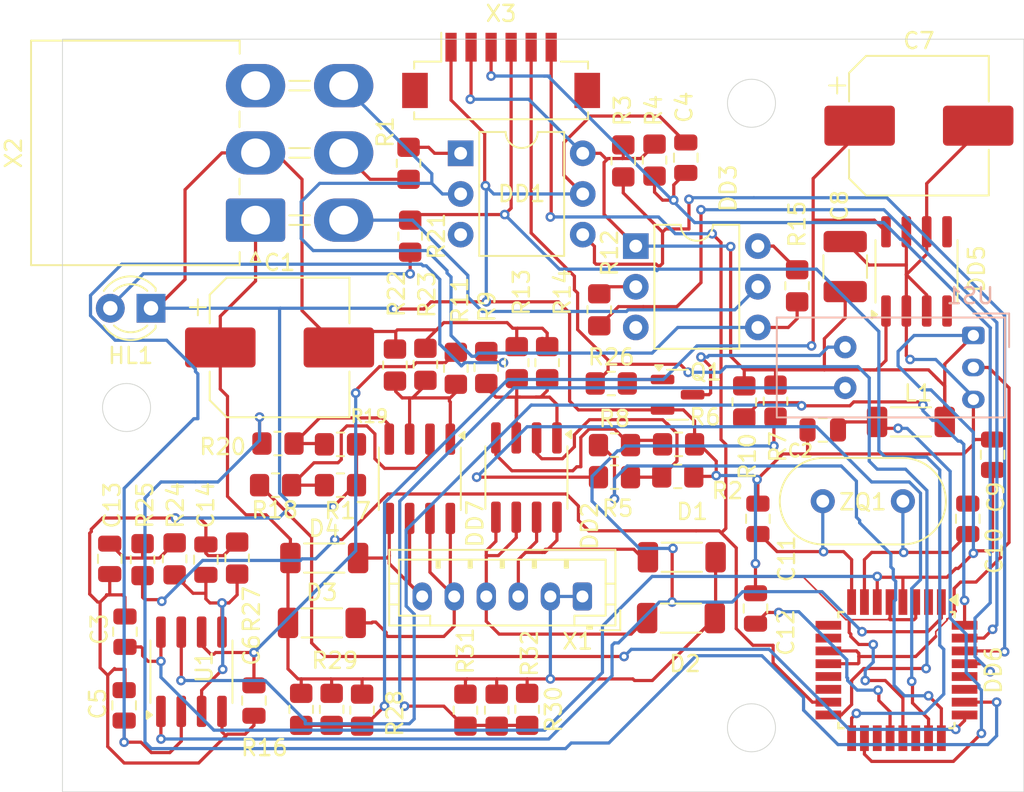
<source format=kicad_pcb>
(kicad_pcb (version 20240108) (generator "pcbnew") (generator_version "8.0")
  (layers (0 "F.Cu" signal) (31 "B.Cu" signal) (34 "B.Paste" user) (35 "F.Paste" user) (36 "B.SilkS" user "B.Silkscreen") (37 "F.SilkS" user "F.Silkscreen") (38 "B.Mask" user) (39 "F.Mask" user) (44 "Edge.Cuts" user))
  (net 0 "")
  (net 1 "GND")
  (net 2 "+24V")
  (net 3 "Net-(DD5-IN)")
  (net 4 "+5V")
  (net 5 "winding1-1")
  (net 6 "winding1-2")
  (net 7 "winding2-2")
  (net 8 "winding2-1")
  (net 9 "RX")
  (net 11 "Net-(DD1-Pad1)")
  (net 12 "GNDS")
  (net 13 "reset")
  (net 14 "Net-(DD2B-G)")
  (net 15 "Net-(DD2A-S)")
  (net 16 "Net-(DD3-Pad6)")
  (net 17 "Net-(X2-Pin_4)")
  (net 18 "Net-(DD3-Pad2)")
  (net 24 "Net-(DD6-PB6{slash}XTAL1)")
  (net 25 "c-w21")
  (net 26 "cc1")
  (net 27 "cc2")
  (net 28 "miso")
  (net 30 "c-w22")
  (net 31 "Net-(DD6-PB7{slash}XTAL2)")
  (net 32 "c-w11")
  (net 36 "Net-(DD6-AVCC)")
  (net 37 "TX")
  (net 38 "mosi")
  (net 39 "sck")
  (net 40 "Net-(DD6-AREF)")
  (net 43 "c-w12")
  (net 45 "Net-(DD2A-G)")
  (net 46 "encoder")
  (net 47 "Net-(DD7A-G)")
  (net 48 "Net-(HL1-A)")
  (net 49 "Net-(X2-Pin_5)")
  (net 50 "Net-(DD7A-S)")
  (net 51 "Net-(U1A--)")
  (net 52 "Net-(U1B--)")
  (net 53 "Net-(C13-Pad2)")
  (net 54 "Net-(U1A-+)")
  (net 55 "Net-(DD7B-G)")
  (net 56 "Net-(Q1-B)")
  (net 57 "Net-(Q1-C)")
  (net 58 "Net-(US1-A)")
  (footprint "Resistor_SMD:R_0805_2012Metric_Pad1.20x1.40mm_HandSolder" (layer "F.Cu") (at 122.65 73.3 90)
    (property "Reference" "R23")
    (property "Value" "1" (hide yes))
  )
  (footprint "Resistor_SMD:R_0805_2012Metric_Pad1.20x1.40mm_HandSolder" (layer "F.Cu") (at 117.35 80.85)
    (property "Reference" "R17")
    (property "Value" "513")
  )
  (footprint "Resistor_SMD:R_0805_2012Metric_Pad1.20x1.40mm_HandSolder" (layer "F.Cu") (at 110.9 85.4 -90)
    (property "Reference" "R27")
    (property "Value" "103")
  )
  (footprint "Capacitor_SMD:C_0805_2012Metric" (layer "F.Cu") (at 143.25 88.55 -90)
    (property "Reference" "C12")
    (property "Value" "C" (hide yes))
  )
  (footprint "Capacitor_SMD:C_0805_2012Metric" (layer "F.Cu") (at 147.45 77.4)
    (property "Reference" "C2")
    (property "Value" "C" (hide yes))
  )
  (footprint "Resistor_SMD:R_0805_2012Metric_Pad1.20x1.40mm_HandSolder" (layer "F.Cu") (at 124.55 73.55 90)
    (property "Reference" "R11")
    (property "Value" "103")
  )
  (footprint "Capacitor_SMD:C_0805_2012Metric" (layer "F.Cu") (at 108.95 85.5 -90)
    (property "Reference" "C14")
    (property "Value" "C" (hide yes))
  )
  (footprint "Resistor_SMD:R_0805_2012Metric_Pad1.20x1.40mm_HandSolder" (layer "F.Cu") (at 138.45 78.3)
    (property "Reference" "R6")
    (property "Value" "513")
  )
  (footprint "Inductor_SMD:L_1806_4516Metric" (layer "F.Cu") (at 116.1875 89.45)
    (property "Reference" "D3")
    (property "Value" "10BQ060" (hide yes))
  )
  (footprint "Capacitor_SMD:CP_Elec_8x10.5" (layer "F.Cu") (at 153.45 58.4)
    (property "Reference" "C7")
    (property "Value" "100 35v" (hide yes))
  )
  (footprint "Capacitor_SMD:C_0805_2012Metric" (layer "F.Cu") (at 156.5 82.95 -90)
    (property "Reference" "C10")
    (property "Value" "C" (hide yes))
  )
  (footprint "Resistor_SMD:R_0805_2012Metric_Pad1.20x1.40mm_HandSolder" (layer "F.Cu") (at 130.25 73.2 90)
    (property "Reference" "R14")
    (property "Value" "1")
  )
  (footprint "Resistor_SMD:R_0805_2012Metric_Pad1.20x1.40mm_HandSolder" (layer "F.Cu") (at 129 94.85 -90)
    (property "Reference" "R30")
    (property "Value" "472")
  )
  (footprint "Package_SO:SOIC-8_3.9x4.9mm_P1.27mm" (layer "F.Cu") (at 128.955 80.375 -90)
    (property "Reference" "DD2")
    (property "Value" "F7341" (hide yes))
  )
  (footprint "Crystal:Resonator-2Pin_W10.0mm_H5.0mm" (layer "F.Cu") (at 152.45 81.85 180)
    (property "Reference" "ZQ1")
    (property "Value" "7.3728")
  )
  (footprint "Resistor_SMD:R_0805_2012Metric_Pad1.20x1.40mm_HandSolder" (layer "F.Cu") (at 107 85.45 90)
    (property "Reference" "R25")
    (property "Value" "513" (hide yes))
  )
  (footprint "Resistor_SMD:R_0805_2012Metric_Pad1.20x1.40mm_HandSolder" (layer "F.Cu") (at 142.55 75.65 -90)
    (property "Reference" "R10")
    (property "Value" "472")
  )
  (footprint "Package_DIP:DIP-6_W7.62mm" (layer "F.Cu") (at 135.78 65.92)
    (property "Reference" "DD3")
    (property "Value" "4N37" (hide yes))
  )
  (footprint "Capacitor_SMD:C_0805_2012Metric" (layer "F.Cu") (at 103.85 94.6 -90)
    (property "Reference" "C5")
    (property "Value" "C" (hide yes))
  )
  (footprint "Resistor_SMD:R_0805_2012Metric_Pad1.20x1.40mm_HandSolder" (layer "F.Cu") (at 138.4 80.3)
    (property "Reference" "R2")
    (property "Value" "513")
  )
  (footprint "Resistor_SMD:R_0805_2012Metric_Pad1.20x1.40mm_HandSolder" (layer "F.Cu") (at 134.45 80.35)
    (property "Reference" "R5")
    (property "Value" "181")
  )
  (footprint "Resistor_SMD:R_0805_2012Metric_Pad1.20x1.40mm_HandSolder" (layer "F.Cu") (at 113.3 80.85)
    (property "Reference" "R18")
    (property "Value" "181")
  )
  (footprint "Package_TO_SOT_SMD:SOT-23" (layer "F.Cu") (at 138.3875 75.2)
    (property "Reference" "Q1")
    (property "Value" "Q_NPN_BEC")
  )
  (footprint "Resistor_SMD:R_0805_2012Metric_Pad1.20x1.40mm_HandSolder" (layer "F.Cu") (at 116.8 94.85 -90)
    (property "Reference" "R28")
    (property "Value" "122")
  )
  (footprint "Resistor_SMD:R_0805_2012Metric_Pad1.20x1.40mm_HandSolder" (layer "F.Cu") (at 134.45 78.35)
    (property "Reference" "R8")
    (property "Value" "181" (hide yes))
  )
  (footprint "Inductor_SMD:L_1806_4516Metric" (layer "F.Cu") (at 152.95 76.9 180)
    (property "Reference" "L1")
    (property "Value" "L" (hide yes))
  )
  (footprint "Capacitor_SMD:C_0805_2012Metric" (layer "F.Cu") (at 158.05 78.95 -90)
    (property "Reference" "C9")
    (property "Value" "C" (hide yes))
  )
  (footprint "Resistor_SMD:R_0805_2012Metric_Pad1.20x1.40mm_HandSolder" (layer "F.Cu") (at 145.85 68.4 90)
    (property "Reference" "R15")
    (property "Value" "104")
  )
  (footprint "LED_THT:LED_D3.0mm" (layer "F.Cu") (at 105.525 69.8 180)
    (property "Reference" "HL1")
    (property "Value" "LED" (hide yes))
  )
  (footprint "Resistor_SMD:R_0805_2012Metric_Pad1.20x1.40mm_HandSolder" (layer "F.Cu") (at 135 60.6 -90)
    (property "Reference" "R3")
    (property "Value" "472")
  )
  (footprint "Resistor_SMD:R_0805_2012Metric_Pad1.20x1.40mm_HandSolder" (layer "F.Cu") (at 127.1 94.9 -90)
    (property "Reference" "R32")
    (property "Value" "472")
  )
  (footprint "Connector_Hirose:Hirose_DF13C_CL535-0406-3-51_1x06-1MP_P1.25mm_Vertical" (layer "F.Cu") (at 127.375 54.95)
    (property "Reference" "X3")
    (property "Value" "Conn_01x06" (hide yes))
  )
  (footprint "Resistor_SMD:R_0805_2012Metric_Pad1.20x1.40mm_HandSolder" (layer "F.Cu") (at 136.95 60.55 90)
    (property "Reference" "R4")
    (property "Value" "103")
  )
  (footprint "Resistor_SMD:R_0805_2012Metric_Pad1.20x1.40mm_HandSolder" (layer "F.Cu") (at 121.7 65.3 -90)
    (property "Reference" "R21")
    (property "Value" "102")
  )
  (footprint "Capacitor_SMD:C_0805_2012Metric" (layer "F.Cu") (at 138.9 60.4 90)
    (property "Reference" "C4")
    (property "Value" "C" (hide yes))
  )
  (footprint "Resistor_SMD:R_0805_2012Metric_Pad1.20x1.40mm_HandSolder" (layer "F.Cu") (at 134.25 74.5)
    (property "Reference" "R26")
    (property "Value" "472")
  )
  (footprint "Package_SO:SOIC-8_3.9x4.9mm_P1.27mm" (layer "F.Cu") (at 153.3 67.5 90)
    (property "Reference" "DD5")
    (property "Value" "L78L05_SO8" (hide yes))
  )
  (footprint "Resistor_SMD:R_0805_2012Metric_Pad1.20x1.40mm_HandSolder" (layer "F.Cu") (at 105 85.5 -90)
    (property "Reference" "R24")
    (property "Value" "363")
  )
  (footprint "Capacitor_SMD:C_1210_3225Metric_Pad1.33x2.70mm_HandSolder" (layer "F.Cu") (at 148.85 67.2 90)
    (property "Reference" "C8")
    (property "Value" "TAN" (hide yes))
  )
  (footprint "Capacitor_SMD:C_0805_2012Metric" (layer "F.Cu") (at 111.95 94.3 90)
    (property "Reference" "C6")
    (property "Value" "C" (hide yes))
  )
  (footprint "Resistor_SMD:R_0805_2012Metric_Pad1.20x1.40mm_HandSolder" (layer "F.Cu") (at 114.9 94.85 -90)
    (property "Reference" "R16")
    (property "Value" "122")
  )
  (footprint "Capacitor_SMD:C_0805_2012Metric" (layer "F.Cu") (at 143.4 82.95 -90)
    (property "Reference" "C11")
    (property "Value" "C" (hide yes))
  )
  (footprint "Resistor_SMD:R_0805_2012Metric_Pad1.20x1.40mm_HandSolder" (layer "F.Cu") (at 113.45 78.25)
    (property "Reference" "R20")
    (property "Value" "181")
  )
  (footprint "Connector_JST:JST_PH_B6B-PH-K_1x06_P2.00mm_Vertical" (layer "F.Cu") (at 132.45 87.8 180)
    (property "Reference" "X1")
    (property "Value" "Conn_01x06" (hide yes))
  )
  (footprint "Resistor_SMD:R_0805_2012Metric_Pad1.20x1.40mm_HandSolder" (layer "F.Cu") (at 126.45 73.5 90)
    (property "Reference" "R9")
    (property "Value" "103")
  )
  (footprint "Capacitor_SMD:C_0805_2012Metric" (layer "F.Cu") (at 103.9 90 -90)
    (property "Reference" "C3")
    (property "Value" "C" (hide yes))
  )
  (footprint "Package_SO:SOIC-8_3.9x4.9mm_P1.27mm" (layer "F.Cu") (at 108.05 92.5 90)
    (property "Reference" "U1")
    (property "Value" "LM393" (hide yes))
  )
  (footprint "Resistor_SMD:R_0805_2012Metric_Pad1.20x1.40mm_HandSolder" (layer "F.Cu") (at 144.5 75.6 -90)
    (property "Reference" "R7")
    (property "Value" "472")
  )
  (footprint "Inductor_SMD:L_1806_4516Metric" (layer "F.Cu") (at 116.3375 85.4)
    (property "Reference" "D4")
    (property "Value" "10BQ060" (hide yes))
  )
  (footprint "Resistor_SMD:R_0805_2012Metric_Pad1.20x1.40mm_HandSolder" (layer "F.Cu") (at 121.6 60.75 90)
    (property "Reference" "R1")
    (property "Value" "152" (hide yes))
  )
  (footprint "Inductor_SMD:L_1806_4516Metric" (layer "F.Cu") (at 138.65 85.35 180)
    (property "Reference" "D1")
    (property "Value" "10BQ060" (hide yes))
  )
  (footprint "Inductor_SMD:L_1806_4516Metric" (layer "F.Cu") (at 138.6 89.15 180)
    (property "Reference" "D2")
    (property "Value" "10BQ060" (hide yes))
  )
  (footprint "Resistor_SMD:R_0805_2012Metric_Pad1.20x1.40mm_HandSolder" (layer "F.Cu") (at 117.35 78.3)
    (property "Reference" "R19")
    (property "Value" "513")
  )
  (footprint "Capacitor_SMD:C_0805_2012Metric" (layer "F.Cu") (at 102.95 85.45 90)
    (property "Reference" "C13")
    (property "Value" "C" (hide yes))
  )
  (footprint "Package_SO:SOIC-8_3.9x4.9mm_P1.27mm" (layer "F.Cu") (at 122.3 80.45 -90)
    (property "Reference" "DD7")
    (property "Value" "F7341" (hide yes))
  )
  (footprint "Resistor_SMD:R_0805_2012Metric_Pad1.20x1.40mm_HandSolder" (layer "F.Cu") (at 128.35 73.2 90)
    (property "Reference" "R13")
    (property "Value" "1")
  )
  (footprint "Connector_Molex:Molex_Mini-Fit_Jr_5569-06A2_2x03_P4.20mm_Horizontal" (layer "F.Cu") (at 112.05 64.3 90)
    (property "Reference" "X2")
    (property "Value" "MDB" (hide yes))
  )
  (footprint "Capacitor_SMD:CP_Elec_8x10.5" (layer "F.Cu") (at 113.55 72.25)
    (property "Reference" "C1")
    (property "Value" "100 35v" (hide yes))
  )
  (footprint "Resistor_SMD:R_0805_2012Metric_Pad1.20x1.40mm_HandSolder" (layer "F.Cu") (at 118.7 94.9 -90)
    (property "Reference" "R29")
    (property "Value" "122")
  )
  (footprint "Resistor_SMD:R_0805_2012Metric_Pad1.20x1.40mm_HandSolder" (layer "F.Cu") (at 133.5 69.9 90)
    (property "Reference" "R12")
    (property "Value" "181")
  )
  (footprint "Resistor_SMD:R_0805_2012Metric_Pad1.20x1.40mm_HandSolder" (layer "F.Cu") (at 120.75 73.35 90)
    (property "Reference" "R22")
    (property "Value" "1")
  )
  (footprint "Resistor_SMD:R_0805_2012Metric_Pad1.20x1.40mm_HandSolder" (layer "F.Cu") (at 125.15 94.9 -90)
    (property "Reference" "R31")
    (property "Value" "472")
  )
  (footprint "Package_DIP:DIP-6_W7.62mm" (layer "F.Cu") (at 124.85 60.125)
    (property "Reference" "DD1")
    (property "Value" "H11L1" (hide yes))
  )
  (footprint "Package_QFP:TQFP-32_7x7mm_P0.8mm" (layer "F.Cu") (at 152.05 92.4 -90)
    (property "Reference" "DD6")
    (property "Value" "ATmega8-16A")
  )
  (footprint "OptoDevice:Kodenshi_LG206D" (layer "B.Cu") (at 156.85 71.5 180)
    (property "Reference" "US1")
    (property "Value" "LG206D")
  )
  (gr_circle (center 143 96) (end 144.5 96) (stroke (width 0.05)) (fill none) (layer "Edge.Cuts"))
  (gr_circle (center 143 57) (end 144.5 57) (stroke (width 0.05)) (fill none) (layer "Edge.Cuts"))
  (gr_rect (start 100 53) (end 160 100) (stroke (width 0.05)) (fill none) (layer "Edge.Cuts"))
  (gr_circle (center 104 76) (end 105.5 76) (stroke (width 0.05)) (fill none) (layer "Edge.Cuts"))
  (segment (start 132.2 76.15) (end 131.65 75.6) (width 0.2) (layer "F.Cu") (net 1))
  (segment (start 151.6 89.2) (end 151.65 89.15) (width 0.2) (layer "F.Cu") (net 1))
  (segment (start 153.935 65.025) (end 153.935 62.015) (width 0.2) (layer "F.Cu") (net 1))
  (segment (start 152.665 65.025) (end 152.665 67.1) (width 0.2) (layer "F.Cu") (net 1))
  (segment (start 102.95 87.65) (end 102.9 87.7) (width 0.2) (layer "F.Cu") (net 1))
  (segment (start 123 69.4) (end 126.45 69.4) (width 0.2) (layer "F.Cu") (net 1))
  (segment (start 152.45 96.65) (end 152.45 94.15) (width 0.2) (layer "F.Cu") (net 1))
  (segment (start 126.35 58.9) (end 126.35 62.1) (width 0.2) (layer "F.Cu") (net 1))
  (segment (start 150.15 93.05) (end 150.1 93.1) (width 0.2) (layer "F.Cu") (net 1))
  (segment (start 131.3 61.495) (end 132.47 62.665) (width 0.2) (layer "F.Cu") (net 1))
  (segment (start 118.25 80.85) (end 116.9 82.2) (width 0.2) (layer "F.Cu") (net 1))
  (segment (start 108.95 85.1) (end 108.95 84.55) (width 0.2) (layer "F.Cu") (net 1))
  (segment (start 103.85 93.65) (end 103.85 93.6) (width 0.2) (layer "F.Cu") (net 1))
  (segment (start 109.95 60.1) (end 107.65 62.4) (width 0.2) (layer "F.Cu") (net 1))
  (segment (start 152.665 72.765) (end 152.9 73) (width 0.2) (layer "F.Cu") (net 1))
  (segment (start 139.45 78.3) (end 139.45 76.85) (width 0.2) (layer "F.Cu") (net 1))
  (segment (start 144.95 78.9) (end 143.35 80.5) (width 0.2) (layer "F.Cu") (net 1))
  (segment (start 114.95 69.95) (end 117.25 72.25) (width 0.2) (layer "F.Cu") (net 1))
  (segment (start 156.25 78.9) (end 146.5 78.9) (width 0.2) (layer "F.Cu") (net 1))
  (segment (start 120.9 71.15) (end 123.35 71.15) (width 0.2) (layer "F.Cu") (net 1))
  (segment (start 107.65 62.4) (end 107.65 68) (width 0.2) (layer "F.Cu") (net 1))
  (segment (start 103.9 92.35) (end 103.3 92.35) (width 0.2) (layer "F.Cu") (net 1))
  (segment (start 149.1 89.25) (end 151.8 89.25) (width 0.1) (layer "F.Cu") (net 1))
  (segment (start 153.935 65.025) (end 153.935 66.43) (width 0.2) (layer "F.Cu") (net 1))
  (segment (start 120.8 71.25) (end 120.9 71.15) (width 0.2) (layer "F.Cu") (net 1))
  (segment (start 152.665 69.975) (end 152.665 69.000001) (width 0.2) (layer "F.Cu") (net 1))
  (segment (start 109.955 94.975) (end 109.955 96.255) (width 0.2) (layer "F.Cu") (net 1))
  (segment (start 149.7 90.8) (end 149.2 90.3) (width 0.2) (layer "F.Cu") (net 1))
  (segment (start 108.5 98.2) (end 110.2 96.5) (width 0.2) (layer "F.Cu") (net 1))
  (segment (start 138.9 59.45) (end 137.25 57.8) (width 0.2) (layer "F.Cu") (net 1))
  (segment (start 153.935 69.975) (end 153.935 68.97) (width 0.2) (layer "F.Cu") (net 1))
  (segment (start 153.935 68.97) (end 152.665 67.7) (width 0.2) (layer "F.Cu") (net 1))
  (segment (start 120.8 72.2) (end 120.8 71.25) (width 0.2) (layer "F.Cu") (net 1))
  (segment (start 114.95 61.75) (end 114.95 69.95) (width 0.2) (layer "F.Cu") (net 1))
  (segment (start 156.85 81.65) (end 156.5 82) (width 0.2) (layer "F.Cu") (net 1))
  (segment (start 112.05 60.1) (end 113.3 60.1) (width 0.2) (layer "F.Cu") (net 1))
  (segment (start 153.25 88.15) (end 153.25 89.15) (width 0.2) (layer "F.Cu") (net 1))
  (segment (start 101.8 83.75) (end 101.7 83.85) (width 0.2) (layer "F.Cu") (net 1))
  (segment (start 111.4 96.4) (end 111.95 95.85) (width 0.2) (layer "F.Cu") (net 1))
  (segment (start 122.7 71.8) (end 122.7 72.2) (width 0.2) (layer "F.Cu") (net 1))
  (segment (start 137.25 57.8) (end 132.95 57.8) (width 0.2) (layer "F.Cu") (net 1))
  (segment (start 131.65 70.1) (end 131.65 75.6) (width 0.2) (layer "F.Cu") (net 1))
  (segment (start 102.35 88.15) (end 102.35 92.25) (width 0.2) (layer "F.Cu") (net 1))
  (segment (start 153.25 89.15) (end 153.15 89.25) (width 0.2) (layer "F.Cu") (net 1))
  (segment (start 139.45 78.3) (end 139.75 78.3) (width 0.2) (layer "F.Cu") (net 1))
  (segment (start 153.15 89.25) (end 151.8 89.25) (width 0.2) (layer "F.Cu") (net 1))
  (segment (start 130.25 71.98) (end 129.95 71.68) (width 0.2) (layer "F.Cu") (net 1))
  (segment (start 127.75 70.7) (end 123.8 70.7) (width 0.2) (layer "F.Cu") (net 1))
  (segment (start 110.2 96.5) (end 110.3 96.4) (width 0.2) (layer "F.Cu") (net 1))
  (segment (start 103.9 93.55) (end 103.9 92.35) (width 0.2) (layer "F.Cu") (net 1))
  (segment (start 153.935 62.015) (end 157.55 58.4) (width 0.2) (layer "F.Cu") (net 1))
  (segment (start 130.25 71.35) (end 129.95 71.05) (width 0.2) (layer "F.Cu") (net 1))
  (segment (start 132.95 57.8) (end 131.3 59.45) (width 0.2) (layer "F.Cu") (net 1))
  (segment (start 149.2 90.3) (end 149.2 90.15) (width 0.2) (layer "F.Cu") (net 1))
  (segment (start 103.85 98.2) (end 108.5 98.2) (width 0.2) (layer "F.Cu") (net 1))
  (segment (start 146.5 78.9) (end 144.95 78.9) (width 0.2) (layer "F.Cu") (net 1))
  (segment (start 148.85 65.6375) (end 150.3125 67.1) (width 0.2) (layer "F.Cu") (net 1))
  (segment (start 143.25 87.6) (end 143.25 86.6) (width 0.2) (layer "F.Cu") (net 1))
  (segment (start 110.9 84.4) (end 110.1 85.2) (width 0.2) (layer "F.Cu") (net 1))
  (segment (start 128.1 71.05) (end 127.75 70.7) (width 0.2) (layer "F.Cu") (net 1))
  (segment (start 153.935 66.43) (end 152.665 67.7) (width 0.2) (layer "F.Cu") (net 1))
  (segment (start 139.75 78.3) (end 140.8 79.35) (width 0.2) (layer "F.Cu") (net 1))
  (segment (start 152.665 69.000001) (end 152.665 72.765) (width 0.2) (layer "F.Cu") (net 1))
  (segment (start 111.95 95.85) (end 111.95 95.25) (width 0.2) (layer "F.Cu") (net 1))
  (segment (start 130.25 72.2) (end 130.25 71.35) (width 0.2) (layer "F.Cu") (net 1))
  (segment (start 122.55 69.85) (end 123 69.4) (width 0.2) (layer "F.Cu") (net 1))
  (segment (start 150.6 90.8) (end 149.7 90.8) (width 0.2) (layer "F.Cu") (net 1))
  (segment (start 151.65 89.25) (end 151.6 89.2) (width 0.2) (layer "F.Cu") (net 1))
  (segment (start 156.85 78.3) (end 156.25 78.9) (width 0.2) (layer "F.Cu") (net 1))
  (segment (start 143.4 80.55) (end 143.35 80.5) (width 0.2) (layer "F.Cu") (net 1))
  (segment (start 101.7 87.65) (end 102.2 88.15) (width 0.2) (layer "F.Cu") (net 1))
  (segment (start 152.45 94.15) (end 151.35 93.05) (width 0.2) (layer "F.Cu") (net 1))
  (segment (start 151.8 89.25) (end 151.65 89.25) (width 0.2) (layer "F.Cu") (net 1))
  (segment (start 118.25 71.25) (end 117.25 72.25) (width 0.2) (layer "F.Cu") (net 1))
  (segment (start 118.35 78.3) (end 118.35 80.85) (width 0.2) (layer "F.Cu") (net 1))
  (segment (start 129.95 71.05) (end 128.4 71.05) (width 0.2) (layer "F.Cu") (net 1))
  (segment (start 124.25 56.8) (end 126.35 58.9) (width 0.2) (layer "F.Cu") (net 1))
  (segment (start 140.8 79.35) (end 140.8 80.25) (width 0.2) (layer "F.Cu") (net 1))
  (segment (start 102.825 97.175) (end 103.85 98.2) (width 0.2) (layer "F.Cu") (net 1))
  (segment (start 130.95 69.4) (end 131.65 70.1) (width 0.2) (layer "F.Cu") (net 1))
  (segment (start 102.5 82.9) (end 101.8 83.6) (width 0.2) (layer "F.Cu") (net 1))
  (segment (start 137.45 76.15) (end 132.2 76.15) (width 0.2) (layer "F.Cu") (net 1))
  (segment (start 110.1 85.2) (end 110.1 85.25) (width 0.2) (layer "F.Cu") (net 1))
  (segment (start 152.665 67.1) (end 152.665 67.7) (width 0.2) (layer "F.Cu") (net 1))
  (segment (start 103.9 89.05) (end 103.9 87.85) (width 0.2) (layer "F.Cu") (net 1))
  (segment (start 110.1 85.25) (end 109.1 85.25) (width 0.2) (layer "F.Cu") (net 1))
  (segment (start 128.35 71.1) (end 128.4 71.05) (width 0.2) (layer "F.Cu") (net 1))
  (segment (start 150.1 93.1) (end 150.1 93.05) (width 0.2) (layer "F.Cu") (net 1))
  (segment (start 156.85 78.1) (end 156.85 78.3) (width 0.2) (layer "F.Cu") (net 1))
  (segment (start 139.4 80.3) (end 140.75 80.3) (width 0.2) (layer "F.Cu") (net 1))
  (segment (start 140.75 80.3) (end 140.8 80.25) (width 0.2) (layer "F.Cu") (net 1))
  (segment (start 101.7 83.85) (end 101.7 87.65) (width 0.2) (layer "F.Cu") (net 1))
  (segment (start 128.4 71.05) (end 128.1 71.05) (width 0.2) (layer "F.Cu") (net 1))
  (segment (start 143.4 82) (end 143.4 80.55) (width 0.2) (layer "F.Cu") (net 1))
  (segment (start 131.3 59.45) (end 131.3 61.495) (width 0.2) (layer "F.Cu") (net 1))
  (segment (start 123.8 70.7) (end 123.35 71.15) (width 0.2) (layer "F.Cu") (net 1))
  (segment (start 150.3125 67.1) (end 152.665 67.1) (width 0.2) (layer "F.Cu") (net 1))
  (segment (start 148.9 89.25) (end 149.1 89.25) (width 0.1) (layer "F.Cu") (net 1))
  (segment (start 108.55 82.9) (end 107.05 82.9) (width 0.2) (layer "F.Cu") (net 1))
  (segment (start 126.45 69.4) (end 130.95 69.4) (width 0.2) (layer "F.Cu") (net 1))
  (segment (start 139.45 76.85) (end 138.75 76.15) (width 0.2) (layer "F.Cu") (net 1))
  (segment (start 102.825 92.725) (end 102.825 97.175) (width 0.2) (layer "F.Cu") (net 1))
  (segment (start 156.95 78) (end 156.85 78.1) (width 0.2) (layer "F.Cu") (net 1))
  (segment (start 151.35 93.05) (end 150.15 93.05) (width 0.2) (layer "F.Cu") (net 1))
  (segment (start 110.3 96.4) (end 111.4 96.4) (width 0.2) (layer "F.Cu") (net 1))
  (segment (start 126.35 62.1) (end 126.4 62.15) (width 0.2) (layer "F.Cu") (net 1))
  (segment (start 112.05 60.1) (end 109.95 60.1) (width 0.2) (layer "F.Cu") (net 1))
  (segment (start 158.05 78) (end 156.95 78) (width 0.2) (layer "F.Cu") (net 1))
  (segment (start 146.25 86.6) (end 148.9 89.25) (width 0.1) (layer "F.Cu") (net 1))
  (segment (start 146.5 77.4) (end 146.5 78.9) (width 0.2) (layer "F.Cu") (net 1))
  (segment (start 101.8 83.6) (end 101.8 83.75) (width 0.2) (layer "F.Cu") (net 1))
  (segment (start 108.95 83.3) (end 108.55 82.9) (width 0.2) (layer "F.Cu") (net 1))
  (segment (start 103.85 93.6) (end 103.9 93.55) (width 0.2) (layer "F.Cu") (net 1))
  (segment (start 105.85 69.8) (end 105.525 69.8) (width 0.2) (layer "F.Cu") (net 1))
  (segment (start 124.25 53.5) (end 124.25 56.8) (width 0.2) (layer "F.Cu") (net 1))
  (segment (start 156.85 78.3) (end 156.85 81.65) (width 0.2) (layer "F.Cu") (net 1))
  (segment (start 107.05 82.9) (end 102.5 82.9) (width 0.2) (layer "F.Cu") (net 1))
  (segment (start 102.95 86.4) (end 102.95 87.65) (width 0.2) (layer "F.Cu") (net 1))
  (segment (start 108.95 84.55) (end 108.95 83.3) (width 0.2) (layer "F.Cu") (net 1))
  (segment (start 128.35 72.2) (end 128.35 71.1) (width 0.2) (layer "F.Cu") (net 1))
  (segment (start 103.25 92.3) (end 102.825 92.725) (width 0.2) (layer "F.Cu") (net 1))
  (segment (start 151.65 89.15) (end 151.65 88.15) (width 0.2) (layer "F.Cu") (net 1))
  (segment (start 120.7 69.85) (end 122.55 69.85) (width 0.2) (layer "F.Cu") (net 1))
  (segment (start 102.75 87.75) (end 102.75 87.7) (width 0.2) (layer "F.Cu") (net 1))
  (segment (start 102.75 87.7) (end 102.9 87.7) (width 0.2) (layer "F.Cu") (net 1))
  (segment (start 143.25 86.6) (end 146.25 86.6) (width 0.1) (layer "F.Cu") (net 1))
  (segment (start 102.35 92.25) (end 102.825 92.725) (width 0.2) (layer "F.Cu") (net 1))
  (segment (start 109.1 85.25) (end 108.95 85.1) (width 0.2) (layer "F.Cu") (net 1))
  (segment (start 149.1 90.05) (end 149.1 89.25) (width 0.2) (layer "F.Cu") (net 1))
  (segment (start 102.2 88.15) (end 102.35 88.15) (width 0.2) (layer "F.Cu") (net 1))
  (segment (start 156.85 75.5) (end 156.85 78.1) (width 0.2) (layer "F.Cu") (net 1))
  (segment (start 107.65 68) (end 105.85 69.8) (width 0.2) (layer "F.Cu") (net 1))
  (segment (start 102.9 87.7) (end 103.75 87.7) (width 0.2) (layer "F.Cu") (net 1))
  (segment (start 109.955 96.255) (end 110.2 96.5) (width 0.2) (layer "F.Cu") (net 1))
  (segment (start 103.9 87.85) (end 103.75 87.7) (width 0.2) (layer "F.Cu") (net 1))
  (segment (start 152.665 67.7) (end 152.665 69.975) (width 0.2) (layer "F.Cu") (net 1))
  (segment (start 102.35 88.15) (end 102.75 87.75) (width 0.2) (layer "F.Cu") (net 1))
  (segment (start 149.2 90.15) (end 149.1 90.05) (width 0.2) (layer "F.Cu") (net 1))
  (segment (start 113.3 60.1) (end 114.95 61.75) (width 0.2) (layer "F.Cu") (net 1))
  (segment (start 123.35 71.15) (end 122.7 71.8) (width 0.2) (layer "F.Cu") (net 1))
  (segment (start 143.25 86.6) (end 143.25 85.75) (width 0.2) (layer "F.Cu") (net 1))
  (segment (start 120.8 71.25) (end 118.25 71.25) (width 0.2) (layer "F.Cu") (net 1))
  (segment (start 103.3 92.35) (end 103.25 92.3) (width 0.2) (layer "F.Cu") (net 1))
  (segment (start 137.45 76.15) (end 138.75 76.15) (width 0.2) (layer "F.Cu") (net 1))
  (segment (start 118.35 80.85) (end 118.25 80.85) (width 0.2) (layer "F.Cu") (net 1))
  (via (at 143.35 80.5) (size 0.6) (drill 0.3) (layers "F.Cu" "B.Cu") (net 1))
  (via (at 107.05 82.9) (size 0.6) (drill 0.3) (layers "F.Cu" "B.Cu") (net 1))
  (via (at 143.25 85.75) (size 0.6) (drill 0.3) (layers "F.Cu" "B.Cu") (net 1))
  (via (at 152.9 73) (size 0.6) (drill 0.3) (layers "F.Cu" "B.Cu") (net 1))
  (via (at 150.1 93.05) (size 0.6) (drill 0.3) (layers "F.Cu" "B.Cu") (net 1))
  (via (at 140.8 80.25) (size 0.6) (drill 0.3) (layers "F.Cu" "B.Cu") (net 1))
  (via (at 116.9 82.2) (size 0.6) (drill 0.3) (layers "F.Cu" "B.Cu") (net 1))
  (via (at 126.4 62.15) (size 0.6) (drill 0.3) (layers "F.Cu" "B.Cu") (net 1))
  (via (at 150.6 90.8) (size 0.6) (drill 0.3) (layers "F.Cu" "B.Cu") (net 1))
  (via (at 120.7 69.85) (size 0.6) (drill 0.3) (layers "F.Cu" "B.Cu") (net 1))
  (via (at 126.45 69.4) (size 0.6) (drill 0.3) (layers "F.Cu" "B.Cu") (net 1))
  (segment (start 156.85 75.35) (end 156.85 75.5) (width 0.2) (layer "B.Cu") (net 1))
  (segment (start 113.6 69.8) (end 105.525 69.8) (width 0.2) (layer "B.Cu") (net 1))
  (segment (start 143.25 85.75) (end 143.25 80.6) (width 0.2) (layer "B.Cu") (net 1))
  (segment (start 107.05 82.9) (end 113.5 82.9) (width 0.2) (layer "B.Cu") (net 1))
  (segment (start 113.5 82.9) (end 114.25 82.15) (width 0.2) (layer "B.Cu") (net 1))
  (segment (start 152.9 73) (end 154.5 73) (width 0.2) (layer "B.Cu") (net 1))
  (segment (start 154.5 73) (end 156.85 75.35) (width 0.2) (layer "B.Cu") (net 1))
  (segment (start 116.85 82.15) (end 116.9 82.2) (width 0.2) (layer "B.Cu") (net 1))
  (segment (start 150.6 91.9) (end 150.6 90.8) (width 0.2) (layer "B.Cu") (net 1))
  (segment (start 126.45 62.2) (end 126.45 69.4) (width 0.2) (layer "B.Cu") (net 1))
  (segment (start 140.8 80.25) (end 143.1 80.25) (width 0.2) (layer "B.Cu") (net 1))
  (segment (start 120.45 69.8) (end 113.6 69.8) (width 0.2) (layer "B.Cu") (net 1))
  (segment (start 150.1 93.05) (end 150.1 92.4) (width 0.2) (layer "B.Cu") (net 1))
  (segment (start 143.1 80.25) (end 143.35 80.5) (width 0.2) (layer "B.Cu") (net 1))
  (segment (start 150.1 92.4) (end 150.3 92.2) (width 0.2) (layer "B.Cu") (net 1))
  (segment (start 120.7 69.85) (end 120.5 69.85) (width 0.2) (layer "B.Cu") (net 1))
  (segment (start 113.55 69.85) (end 113.6 69.8) (width 0.2) (layer "B.Cu") (net 1))
  (segment (start 150.3 92.2) (end 150.6 91.9) (width 0.2) (layer "B.Cu") (net 1))
  (segment (start 113.55 81.35) (end 113.55 69.85) (width 0.2) (layer "B.Cu") (net 1))
  (segment (start 126.915 62.665) (end 132.47 62.665) (width 0.2) (layer "B.Cu") (net 1))
  (segment (start 114.35 82.15) (end 116.85 82.15) (width 0.2) (layer "B.Cu") (net 1))
  (segment (start 126.4 62.15) (end 126.915 62.665) (width 0.2) (layer "B.Cu") (net 1))
  (segment (start 126.4 62.15) (end 126.45 62.2) (width 0.2) (layer "B.Cu") (net 1))
  (segment (start 114.25 82.15) (end 114.35 82.15) (width 0.2) (layer "B.Cu") (net 1))
  (segment (start 120.5 69.85) (end 120.45 69.8) (width 0.2) (layer "B.Cu") (net 1))
  (segment (start 143.25 80.6) (end 143.35 80.5) (width 0.2) (layer "B.Cu") (net 1))
  (segment (start 120.6 69.95) (end 120.7 69.85) (width 0.2) (layer "B.Cu") (net 1))
  (segment (start 114.35 82.15) (end 113.55 81.35) (width 0.2) (layer "B.Cu") (net 1))
  (segment (start 109.85 74.85) (end 110.3 75.3) (width 0.2) (layer "F.Cu") (net 2))
  (segment (start 110.3 75.3) (end 110.3 81.55) (width 0.2) (layer "F.Cu") (net 2))
  (segment (start 112.05 68.1) (end 109.85 70.3) (width 0.2) (layer "F.Cu") (net 2))
  (segment (start 140.7625 85.35) (end 140.7625 89.1) (width 0.2) (layer "F.Cu") (net 2))
  (segment (start 114.075 92.325) (end 114.075 89.45) (width 0.2) (layer "F.Cu") (net 2))
  (segment (start 109.85 70.3) (end 109.85 72.25) (width 0.2) (layer "F.Cu") (net 2))
  (segment (start 116.8 93.85) (end 116.8 93) (width 0.2) (layer "F.Cu") (net 2))
  (segment (start 116.75 92.95) (end 114.9 92.95) (width 0.2) (layer "F.Cu") (net 2))
  (segment (start 130.45 92.95) (end 129 92.95) (width 0.2) (layer "F.Cu") (net 2))
  (segment (start 129 92.95) (end 127.1 92.95) (width 0.2) (layer "F.Cu") (net 2))
  (segment (start 114.7 92.95) (end 114.075 92.325) (width 0.2) (layer "F.Cu") (net 2))
  (segment (start 125.15 93.9) (end 125.15 93.05) (width 0.2) (layer "F.Cu") (net 2))
  (segment (start 135.7 93.05) (end 135.6 92.95) (width 0.2) (layer "F.Cu") (net 2))
  (segment (start 114.075 89.45) (end 114.075 85.55) (width 0.2) (layer "F.Cu") (net 2))
  (segment (start 116.8 93) (end 116.75 92.95) (width 0.2) (layer "F.Cu") (net 2))
  (segment (start 127.1 93.9) (end 127.1 92.95) (width 0.2) (layer "F.Cu") (net 2))
  (segment (start 140.7125 89.15) (end 136.8125 93.05) (width 0.2) (layer "F.Cu") (net 2))
  (segment (start 114.075 85.55) (end 114.225 85.4) (width 0.2) (layer "F.Cu") (net 2))
  (segment (start 114.9 92.95) (end 114.7 92.95) (width 0.2) (layer "F.Cu") (net 2))
  (segment (start 118.75 92.95) (end 116.75 92.95) (width 0.2) (layer "F.Cu") (net 2))
  (segment (start 111.45 82.7) (end 112.7 82.7) (width 0.2) (layer "F.Cu") (net 2))
  (segment (start 127.1 92.95) (end 125.25 92.95) (width 0.2) (layer "F.Cu") (net 2))
  (segment (start 109.85 72.25) (end 109.85 74.85) (width 0.2) (layer "F.Cu") (net 2))
  (segment (start 114.9 93.85) (end 114.9 92.95) (width 0.2) (layer "F.Cu") (net 2))
  (segment (start 110.3 81.55) (end 111.2 82.45) (width 0.2) (layer "F.Cu") (net 2))
  (segment (start 114.225 85.4) (end 114.225 84.225) (width 0.2) (layer "F.Cu") (net 2))
  (segment (start 136.8125 93.05) (end 135.7 93.05) (width 0.2) (layer "F.Cu") (net 2))
  (segment (start 125.15 93.05) (end 125.25 92.95) (width 0.2) (layer "F.Cu") (net 2))
  (segment (start 140.7625 89.1) (end 140.7125 89.15) (width 0.2) (layer "F.Cu") (net 2))
  (segment (start 114.225 84.225) (end 112.7 82.7) (width 0.2) (layer "F.Cu") (net 2))
  (segment (start 111.2 82.45) (end 111.45 82.7) (width 0.2) (layer "F.Cu") (net 2))
  (segment (start 118.7 93) (end 118.75 92.95) (width 0.2) (layer "F.Cu") (net 2))
  (segment (start 112.05 64.3) (end 112.05 68.1) (width 0.2) (layer "F.Cu") (net 2))
  (segment (start 135.6 92.95) (end 130.45 92.95) (width 0.2) (layer "F.Cu") (net 2))
  (segment (start 129 93.85) (end 129 92.95) (width 0.2) (layer "F.Cu") (net 2))
  (segment (start 118.7 93.9) (end 118.7 93) (width 0.2) (layer "F.Cu") (net 2))
  (segment (start 125.25 92.95) (end 118.75 92.95) (width 0.2) (layer "F.Cu") (net 2))
  (via (at 130.45 92.95) (size 0.6) (drill 0.3) (layers "F.Cu" "B.Cu") (net 2))
  (segment (start 130.45 87.8) (end 130.45 92.95) (width 0.2) (layer "B.Cu") (net 2))
  (segment (start 132.45 87.8) (end 130.45 87.8) (width 0.2) (layer "B.Cu") (net 2))
  (segment (start 118.7 95.9) (end 118.85 95.9) (width 0.2) (layer "F.Cu") (net 3))
  (segment (start 150.15 58.4) (end 146.85 61.7) (width 0.2) (layer "F.Cu") (net 3))
  (segment (start 146.85 61.7) (end 146.85 64.3) (width 0.2) (layer "F.Cu") (net 3))
  (segment (start 118.65 95.85) (end 118.7 95.9) (width 0.2) (layer "F.Cu") (net 3))
  (segment (start 114.9 95.85) (end 118.65 95.85) (width 0.2) (layer "F.Cu") (net 3))
  (segment (start 151.395 65.025) (end 150.67 64.3) (width 0.2) (layer "F.Cu") (net 3))
  (segment (start 118.85 95.9) (end 120.1 94.65) (width 0.2) (layer "F.Cu") (net 3))
  (segment (start 146.85 72.05) (end 146.75 72.15) (width 0.2) (layer "F.Cu") (net 3))
  (segment (start 146.85 64.3) (end 146.85 72.05) (width 0.2) (layer "F.Cu") (net 3))
  (segment (start 150.67 64.3) (end 146.85 64.3) (width 0.2) (layer "F.Cu") (net 3))
  (via (at 120.1 94.65) (size 0.6) (drill 0.3) (layers "F.Cu" "B.Cu") (net 3))
  (via (at 146.75 72.15) (size 0.6) (drill 0.3) (layers "F.Cu" "B.Cu") (net 3))
  (segment (start 120.1 81.95) (end 127.8 74.25) (width 0.2) (layer "B.Cu") (net 3))
  (segment (start 137.5 74.25) (end 139.6 72.15) (width 0.2) (layer "B.Cu") (net 3))
  (segment (start 120.1 94.65) (end 120.1 81.95) (width 0.2) (layer "B.Cu") (net 3))
  (segment (start 127.8 74.25) (end 137.5 74.25) (width 0.2) (layer "B.Cu") (net 3))
  (segment (start 139.6 72.15) (end 146.75 72.15) (width 0.2) (layer "B.Cu") (net 3))
  (segment (start 158.05 79.9) (end 158.05 84.95) (width 0.2) (layer "F.Cu") (net 4))
  (segment (start 105.35 91.85) (end 105 91.5) (width 0.2) (layer "F.Cu") (net 4))
  (segment (start 154.375 73.975) (end 154.05 73.65) (width 0.2) (layer "F.Cu") (net 4))
  (segment (start 106.145 90.025) (end 106.145 91.845) (width 0.2) (layer "F.Cu") (net 4))
  (segment (start 150.65 73.65) (end 150.4 73.65) (width 0.2) (layer "F.Cu") (net 4))
  (segment (start 148.85 70.4) (end 147.55 71.7) (width 0.2) (layer "F.Cu") (net 4))
  (segment (start 137 59.5) (end 137.05 59.5) (width 0.2) (layer "F.Cu") (net 4))
  (segment (start 125.5 56.7) (end 125.45 56.75) (width 0.2) (layer "F.Cu") (net 4))
  (segment (start 106.15 91.85) (end 106.145 91.845) (width 0.2) (layer "F.Cu") (net 4))
  (segment (start 106.145 91.845) (end 106.14 91.85) (width 0.2) (layer "F.Cu") (net 4))
  (segment (start 155.675 86.125) (end 155.2 86.6) (width 0.2) (layer "F.Cu") (net 4))
  (segment (start 155.0625 76.9) (end 155.0625 74.6625) (width 0.2) (layer "F.Cu") (net 4))
  (segment (start 155.0625 74.6625) (end 154.7 74.3) (width 0.2) (layer "F.Cu") (net 4))
  (segment (start 136.1 60.45) (end 134.95 60.45) (width 0.2) (layer "F.Cu") (net 4))
  (segment (start 134.95 60.45) (end 134.05 60.45) (width 0.2) (layer "F.Cu") (net 4))
  (segment (start 104.9 90.95) (end 103.9 90.95) (width 0.2) (layer "F.Cu") (net 4))
  (segment (start 154.7 74.3) (end 154.375 73.975) (width 0.2) (layer "F.Cu") (net 4))
  (segment (start 147.55 73.65) (end 144.45 73.65) (width 0.2) (layer "F.Cu") (net 4))
  (segment (start 158.05 84.95) (end 157 84.95) (width 0.2) (layer "F.Cu") (net 4))
  (segment (start 106.14 91.85) (end 105.35 91.85) (width 0.2) (layer "F.Cu") (net 4))
  (segment (start 155.75 86.05) (end 155.9 86.05) (width 0.2) (layer "F.Cu") (net 4))
  (segment (start 155.675 86.125) (end 155.75 86.05) (width 0.2) (layer "F.Cu") (net 4))
  (segment (start 157 84.95) (end 156.85 85.1) (width 0.2) (layer "F.Cu") (net 4))
  (segment (start 151.395 73.055) (end 150.8 73.65) (width 0.2) (layer "F.Cu") (net 4))
  (segment (start 125.5 53.5) (end 125.5 56.7) (width 0.2) (layer "F.Cu") (net 4))
  (segment (start 144.5 74.6) (end 144.5 73.7) (width 0.2) (layer "F.Cu") (net 4))
  (segment (start 133.8 60.7) (end 133.8 63.94) (width 0.2) (layer "F.Cu") (net 4))
  (segment (start 135 60.4) (end 134.95 60.45) (width 0.2) (layer "F.Cu") (net 4))
  (segment (start 133.975 60.525) (end 133.8 60.7) (width 0.2) (layer "F.Cu") (net 4))
  (segment (start 134.05 60.45) (end 133.975 60.525) (width 0.2) (layer "F.Cu") (net 4))
  (segment (start 133.575 60.125) (end 133.975 60.525) (width 0.2) (layer "F.Cu") (net 4))
  (segment (start 148.85 68.7625) (end 148.85 70.4) (width 0.2) (layer "F.Cu") (net 4))
  (segment (start 137.05 59.5) (end 136.1 60.45) (width 0.2) (layer "F.Cu") (net 4))
  (segment (start 152.45 86.6) (end 150.9 86.6) (width 0.2) (layer "F.Cu") (net 4))
  (segment (start 154.05 73.65) (end 150.4 73.65) (width 0.2) (layer "F.Cu") (net 4))
  (segment (start 133.8 63.94) (end 135.78 65.92) (width 0.2) (layer "F.Cu") (net 4))
  (segment (start 152.45 88.15) (end 152.45 86.6) (width 0.2) (layer "F.Cu") (net 4))
  (segment (start 136.95 59.55) (end 137 59.5) (width 0.2) (layer "F.Cu") (net 4))
  (segment (start 141.7 72.8) (end 142.55 73.65) (width 0.2) (layer "F.Cu") (net 4))
  (segment (start 150.4 73.65) (end 147.55 73.65) (width 0.2) (layer "F.Cu") (net 4))
  (segment (start 105 91.05) (end 104.9 90.95) (width 0.2) (layer "F.Cu") (net 4))
  (segment (start 142.55 74.65) (end 142.55 73.65) (width 0.2) (layer "F.Cu") (net 4))
  (segment (start 151.395 69.975) (end 151.395 73.055) (width 0.2) (layer "F.Cu") (net 4))
  (segment (start 154.7 74.3) (end 154.575 74.175) (width 0.2) (layer "F.Cu") (net 4))
  (segment (start 155.9 86.05) (end 156.85 85.1) (width 0.2) (layer "F.Cu") (net 4))
  (segment (start 154.575 74.175) (end 154.5 74.1) (width 0.2) (layer "F.Cu") (net 4))
  (segment (start 150.9 86.6) (end 150.85 86.55) (width 0.2) (layer "F.Cu") (net 4))
  (segment (start 105 91.5) (end 105 91.05) (width 0.2) (layer "F.Cu") (net 4))
  (segment (start 144.45 73.65) (end 142.55 73.65) (width 0.2) (layer "F.Cu") (net 4))
  (segment (start 144.5 73.7) (end 144.45 73.65) (width 0.2) (layer "F.Cu") (net 4))
  (segment (start 155.2 86.6) (end 152.45 86.6) (width 0.2) (layer "F.Cu") (net 4))
  (segment (start 150.8 73.65) (end 150.65 73.65) (width 0.2) (layer "F.Cu") (net 4))
  (segment (start 147.55 71.7) (end 147.55 73.65) (width 0.2) (layer "F.Cu") (net 4))
  (segment (start 132.47 60.125) (end 133.575 60.125) (width 0.2) (layer "F.Cu") (net 4))
  (segment (start 150.85 88.15) (end 150.85 86.55) (width 0.2) (layer "F.Cu") (net 4))
  (segment (start 135 59.6) (end 135 60.4) (width 0.2) (layer "F.Cu") (net 4))
  (segment (start 141.7 65.95) (end 141.7 72.8) (width 0.2) (layer "F.Cu") (net 4))
  (segment (start 156.85 71.5) (end 155.0625 73.2875) (width 0.2) (layer "F.Cu") (net 4))
  (segment (start 155.0625 73.2875) (end 155.0625 76.9) (width 0.2) (layer "F.Cu") (net 4))
  (via (at 156.85 85.1) (size 0.6) (drill 0.3) (layers "F.Cu" "B.Cu") (net 4))
  (via (at 125.45 56.75) (size 0.6) (drill 0.3) (layers "F.Cu" "B.Cu") (net 4))
  (via (at 106.145 91.845) (size 0.6) (drill 0.3) (layers "F.Cu" "B.Cu") (net 4))
  (via (at 141.7 65.95) (size 0.6) (drill 0.3) (layers "F.Cu" "B.Cu") (net 4))
  (via (at 150.85 86.55) (size 0.6) (drill 0.3) (layers "F.Cu" "B.Cu") (net 4))
  (segment (start 136.8 86.55) (end 150.85 86.55) (width 0.2) (layer "B.Cu") (net 4))
  (segment (start 109.45 96.15) (end 130.1 96.15) (width 0.2) (layer "B.Cu") (net 4))
  (segment (start 141.67 65.92) (end 141.7 65.95) (width 0.2) (layer "B.Cu") (net 4))
  (segment (start 153.65 74.9) (end 154.2 74.9) (width 0.2) (layer "B.Cu") (net 4))
  (segment (start 125.45 56.75) (end 129.095 56.75) (width 0.2) (layer "B.Cu") (net 4))
  (segment (start 106.145 91.845) (end 106.145 92.845) (width 0.2) (layer "B.Cu") (net 4))
  (segment (start 106.145 92.845) (end 109.45 96.15) (width 0.2) (layer "B.Cu") (net 4))
  (segment (start 153.15 71.5) (end 152.15 72.5) (width 0.2) (layer "B.Cu") (net 4))
  (segment (start 152.15 73.4) (end 153.65 74.9) (width 0.2) (layer "B.Cu") (net 4))
  (segment (start 156.85 77.55) (end 156.85 85.1) (width 0.2) (layer "B.Cu") (net 4))
  (segment (start 154.2 74.9) (end 156.85 77.55) (width 0.2) (layer "B.Cu") (net 4))
  (segment (start 129.095 56.75) (end 132.47 60.125) (width 0.2) (layer "B.Cu") (net 4))
  (segment (start 133.7 89.65) (end 136.8 86.55) (width 0.2) (layer "B.Cu") (net 4))
  (segment (start 133.7 92.55) (end 133.7 89.65) (width 0.2) (layer "B.Cu") (net 4))
  (segment (start 152.15 72.5) (end 152.15 73.4) (width 0.2) (layer "B.Cu") (net 4))
  (segment (start 135.78 65.92) (end 141.67 65.92) (width 0.2) (layer "B.Cu") (net 4))
  (segment (start 130.1 96.15) (end 133.7 92.55) (width 0.2) (layer "B.Cu") (net 4))
  (segment (start 156.85 71.5) (end 153.15 71.5) (width 0.2) (layer "B.Cu") (net 4))
  (segment (start 128.45 85.5) (end 128.45 87.8) (width 0.2) (layer "F.Cu") (net 5))
  (segment (start 135.65 84.85) (end 130.15 84.85) (width 0.2) (layer "F.Cu") (net 5))
  (segment (start 130.86 84.29) (end 130.1 85.05) (width 0.2) (layer "F.Cu") (net 5))
  (segment (start 129.59 84.36) (end 128.625 85.325) (width 0.2) (layer "F.Cu") (net 5))
  (segment (start 129.95 85.05) (end 128.9 85.05) (width 0.2) (layer "F.Cu") (net 5))
  (segment (start 130.15 84.85) (end 129.95 85.05) (width 0.2) (layer "F.Cu") (net 5))
  (segment (start 136.5375 85.35) (end 136.15 85.35) (width 0.2) (layer "F.Cu") (net 5))
  (segment (start 130.86 82.85) (end 130.86 84.29) (width 0.2) (layer "F.Cu") (net 5))
  (segment (start 129.59 82.85) (end 129.59 84.36) (width 0.2) (layer "F.Cu") (net 5))
  (segment (start 128.625 85.325) (end 128.45 85.5) (width 0.2) (layer "F.Cu") (net 5))
  (segment (start 128.9 85.05) (end 128.625 85.325) (width 0.2) (layer "F.Cu") (net 5))
  (segment (start 136.15 85.35) (end 135.65 84.85) (width 0.2) (layer "F.Cu") (net 5))
  (segment (start 130.1 85.05) (end 129.95 85.05) (width 0.2) (layer "F.Cu") (net 5))
  (segment (start 135.4875 90.15) (end 127.25 90.15) (width 0.2) (layer "F.Cu") (net 6))
  (segment (start 126.45 85.25) (end 126.45 87.8) (width 0.2) (layer "F.Cu") (net 6))
  (segment (start 136.4875 89.15) (end 135.4875 90.15) (width 0.2) (layer "F.Cu") (net 6))
  (segment (start 128.32 82.85) (end 128.32 84.13) (width 0.2) (layer "F.Cu") (net 6))
  (segment (start 128.32 84.13) (end 127.2 85.25) (width 0.2) (layer "F.Cu") (net 6))
  (segment (start 127.05 84.35) (end 126.45 84.95) (width 0.2) (layer "F.Cu") (net 6))
  (segment (start 127.05 82.85) (end 127.05 84.35) (width 0.2) (layer "F.Cu") (net 6))
  (segment (start 126.45 89.35) (end 126.45 87.8) (width 0.2) (layer "F.Cu") (net 6))
  (segment (start 126.45 84.95) (end 126.45 85.25) (width 0.2) (layer "F.Cu") (net 6))
  (segment (start 127.25 90.15) (end 126.45 89.35) (width 0.2) (layer "F.Cu") (net 6))
  (segment (start 127.2 85.25) (end 126.45 85.25) (width 0.2) (layer "F.Cu") (net 6))
  (segment (start 120.395 85.745) (end 122.45 87.8) (width 0.2) (layer "F.Cu") (net 7))
  (segment (start 121.665 82.925) (end 121.665 87.015) (width 0.2) (layer "F.Cu") (net 7))
  (segment (start 121.665 87.015) (end 122.45 87.8) (width 0.2) (layer "F.Cu") (net 7))
  (segment (start 120.395 82.925) (end 120.395 85.25) (width 0.2) (layer "F.Cu") (net 7))
  (segment (start 120.395 85.25) (end 120.395 85.745) (width 0.2) (layer "F.Cu") (net 7))
  (segment (start 121.665 82.925) (end 121.725 82.925) (width 0.2) (layer "F.Cu") (net 7))
  (segment (start 121.725 82.925) (end 121.75 82.95) (width 0.2) (layer "F.Cu") (net 7))
  (segment (start 120.245 85.4) (end 120.395 85.25) (width 0.2) (layer "F.Cu") (net 7))
  (segment (start 118.45 85.4) (end 120.245 85.4) (width 0.2) (layer "F.Cu") (net 7))
  (segment (start 124.45 89.65) (end 123.8 90.3) (width 0.2) (layer "F.Cu") (net 8))
  (segment (start 122.935 86.285) (end 124.45 87.8) (width 0.2) (layer "F.Cu") (net 8))
  (segment (start 120.2 90.05) (end 119.55 89.4) (width 0.2) (layer "F.Cu") (net 8))
  (segment (start 119.55 89.4) (end 119.35 89.4) (width 0.2) (layer "F.Cu") (net 8))
  (segment (start 124.205 82.925) (end 124.205 87.555) (width 0.2) (layer "F.Cu") (net 8))
  (segment (start 119.3 89.45) (end 118.3 89.45) (width 0.2) (layer "F.Cu") (net 8))
  (segment (start 120.2 90.2) (end 120.2 90.05) (width 0.2) (layer "F.Cu") (net 8))
  (segment (start 124.205 87.555) (end 124.45 87.8) (width 0.2) (layer "F.Cu") (net 8))
  (segment (start 119.35 89.4) (end 119.3 89.45) (width 0.2) (layer "F.Cu") (net 8))
  (segment (start 124.45 87.8) (end 124.45 89.65) (width 0.2) (layer "F.Cu") (net 8))
  (segment (start 122.935 82.925) (end 122.935 86.285) (width 0.2) (layer "F.Cu") (net 8))
  (segment (start 123.8 90.3) (end 120.3 90.3) (width 0.2) (layer "F.Cu") (net 8))
  (segment (start 120.3 90.3) (end 120.2 90.2) (width 0.2) (layer "F.Cu") (net 8))
  (segment (start 137.45 67) (end 137.3 67.15) (width 0.2) (layer "F.Cu") (net 9))
  (segment (start 158.75 91.2) (end 158.8 91.25) (width 0.2) (layer "F.Cu") (net 9))
  (segment (start 133.2 65.935) (end 132.47 65.205) (width 0.2) (layer "F.Cu") (net 9))
  (segment (start 156.3 91.2) (end 158.75 91.2) (width 0.2) (layer "F.Cu") (net 9))
  (segment (start 137.45 65.05) (end 137.65 64.85) (width 0.2) (layer "F.Cu") (net 9))
  (segment (start 133.2 66.95) (end 133.2 65.935) (width 0.2) (layer "F.Cu") (net 9))
  (segment (start 137.05 67.05) (end 133.3 67.05) (width 0.2) (layer "F.Cu") (net 9))
  (segment (start 139.1 64.85) (end 139.1 63) (width 0.2) (layer "F.Cu") (net 9))
  (segment (start 135 62.6) (end 137.45 65.05) (width 0.2) (layer "F.Cu") (net 9))
  (segment (start 135 61.6) (end 135 62.6) (width 0.2) (layer "F.Cu") (net 9))
  (segment (start 133.3 67.05) (end 133.2 66.95) (width 0.2) (layer "F.Cu") (net 9))
  (segment (start 137.15 67.15) (end 137.05 67.05) (width 0.2) (layer "F.Cu") (net 9))
  (segment (start 137.45 65.05) (end 137.45 67) (width 0.2) (layer "F.Cu") (net 9))
  (segment (start 137.65 64.85) (end 139.1 64.85) (width 0.2) (layer "F.Cu") (net 9))
  (segment (start 137.3 67.15) (end 137.15 67.15) (width 0.2) (layer "F.Cu") (net 9))
  (via (at 158.8 91.25) (size 0.6) (drill 0.3) (layers "F.Cu" "B.Cu") (net 9))
  (via (at 139.1 63) (size 0.6) (drill 0.3) (layers "F.Cu" "B.Cu") (net 9))
  (segment (start 139.2 62.9) (end 139.1 63) (width 0.2) (layer "B.Cu") (net 9))
  (segment (start 151.45 62.9) (end 143.15 62.9) (width 0.2) (layer "B.Cu") (net 9))
  (segment (start 158.8 91.25) (end 158.8 70.25) (width 0.2) (layer "B.Cu") (net 9))
  (segment (start 143.15 62.9) (end 139.2 62.9) (width 0.2) (layer "B.Cu") (net 9))
  (segment (start 158.8 70.25) (end 151.45 62.9) (width 0.2) (layer "B.Cu") (net 9))
  (segment (start 124.85 60.125) (end 123.225 60.125) (width 0.2) (layer "F.Cu") (net 11))
  (segment (start 122.85 59.75) (end 121.6 59.75) (width 0.2) (layer "F.Cu") (net 11))
  (segment (start 123.225 60.125) (end 122.85 59.75) (width 0.2) (layer "F.Cu") (net 11))
  (segment (start 145.3 71) (end 143.4 71) (width 0.2) (layer "F.Cu") (net 12))
  (segment (start 145.85 69.4) (end 145.85 70.45) (width 0.2) (layer "F.Cu") (net 12))
  (segment (start 145.85 70.45) (end 145.3 71) (width 0.2) (layer "F.Cu") (net 12))
  (segment (start 123.05 62) (end 116.05 62) (width 0.2) (layer "B.Cu") (net 12))
  (segment (start 124 67.45) (end 124 67.6) (width 0.2) (layer "B.Cu") (net 12))
  (segment (start 138.4 71) (end 143.4 71) (width 0.2) (layer "B.Cu") (net 12))
  (segment (start 122.75 66.2) (end 124 67.45) (width 0.2) (layer "B.Cu") (net 12))
  (segment (start 123.715 62.665) (end 124.85 62.665) (width 0.2) (layer "B.Cu") (net 12))
  (segment (start 117.55 55.9) (end 123.05 61.4) (width 0.2) (layer "B.Cu") (net 12))
  (segment (start 125.95 72.6) (end 136.8 72.6) (width 0.2) (layer "B.Cu") (net 12))
  (segment (start 116.05 62) (end 114.9 63.15) (width 0.2) (layer "B.Cu") (net 12))
  (segment (start 124.25 67.85) (end 124.25 71.5) (width 0.2) (layer "B.Cu") (net 12))
  (segment (start 114.9 65.45) (end 115.65 66.2) (width 0.2) (layer "B.Cu") (net 12))
  (segment (start 123.05 62) (end 123.715 62.665) (width 0.2) (layer "B.Cu") (net 12))
  (segment (start 125.75 72.8) (end 125.95 72.6) (width 0.2) (layer "B.Cu") (net 12))
  (segment (start 115.65 66.2) (end 122.75 66.2) (width 0.2) (layer "B.Cu") (net 12))
  (segment (start 123.05 61.4) (end 123.05 62) (width 0.2) (layer "B.Cu") (net 12))
  (segment (start 124 67.6) (end 124.25 67.85) (width 0.2) (layer "B.Cu") (net 12))
  (segment (start 136.8 72.6) (end 138.4 71) (width 0.2) (layer "B.Cu") (net 12))
  (segment (start 114.9 63.15) (end 114.9 65.45) (width 0.2) (layer "B.Cu") (net 12))
  (segment (start 125.55 72.8) (end 125.75 72.8) (width 0.2) (layer "B.Cu") (net 12))
  (segment (start 124.25 71.5) (end 125.55 72.8) (width 0.2) (layer "B.Cu") (net 12))
  (segment (start 138.9 61.35) (end 138.15 62.1) (width 0.2) (layer "F.Cu") (net 13))
  (segment (start 156.3 92) (end 157.4 92) (width 0.2) (layer "F.Cu") (net 13))
  (segment (start 137.45 63.05) (end 138.15 63.05) (width 0.2) (layer "F.Cu") (net 13))
  (segment (start 138.15 62.1) (end 138.15 63.05) (width 0.2) (layer "F.Cu") (net 13))
  (segment (start 136.95 62.55) (end 137.45 63.05) (width 0.2) (layer "F.Cu") (net 13))
  (segment (start 157.4 92) (end 157.9 92.5) (width 0.2) (layer "F.Cu") (net 13))
  (segment (start 136.95 61.55) (end 136.95 62.55) (width 0.2) (layer "F.Cu") (net 13))
  (segment (start 126.75 53.5) (end 126.75 55.3) (width 0.2) (layer "F.Cu") (net 13))
  (via (at 157.9 92.5) (size 0.6) (drill 0.3) (layers "F.Cu" "B.Cu") (net 13))
  (via (at 126.75 55.3) (size 0.6) (drill 0.3) (layers "F.Cu" "B.Cu") (net 13))
  (via (at 138.15 63.05) (size 0.6) (drill 0.3) (layers "F.Cu" "B.Cu") (net 13))
  (segment (start 151.25 64.45) (end 139.45 64.45) (width 0.2) (layer "B.Cu") (net 13))
  (segment (start 152.3 65.5) (end 151.25 64.45) (width 0.2) (layer "B.Cu") (net 13))
  (segment (start 156.95 91.55) (end 156.95 89.15) (width 0.2) (layer "B.Cu") (net 13))
  (segment (start 157.917457 71.032543) (end 152.384914 65.5) (width 0.2) (layer "B.Cu") (net 13))
  (segment (start 126.75 55.3) (end 130.05 55.3) (width 0.2) (layer "B.Cu") (net 13))
  (segment (start 157.9 92.5) (end 156.95 91.55) (width 0.2) (layer "B.Cu") (net 13))
  (segment (start 157.9 88.2) (end 157.9 71.05) (width 0.2) (layer "B.Cu") (net 13))
  (segment (start 130.05 55.3) (end 130.4 55.3) (width 0.2) (layer "B.Cu") (net 13))
  (segment (start 156.95 89.15) (end 157.9 88.2) (width 0.2) (layer "B.Cu") (net 13))
  (segment (start 130.3 55.3) (end 130.05 55.3) (width 0.2) (layer "B.Cu") (net 13))
  (segment (start 139.45 64.45) (end 130.3 55.3) (width 0.2) (layer "B.Cu") (net 13))
  (segment (start 157.9 71.05) (end 157.917457 71.032543) (width 0.2) (layer "B.Cu") (net 13))
  (segment (start 152.384914 65.5) (end 152.3 65.5) (width 0.2) (layer "B.Cu") (net 13))
  (segment (start 131.85 79.95) (end 128.05 79.95) (width 0.2) (layer "F.Cu") (net 14))
  (segment (start 137.4 78.1) (end 137.3 78.2) (width 0.2) (layer "F.Cu") (net 14))
  (segment (start 132.1 79.7) (end 131.85 79.95) (width 0.2) (layer "F.Cu") (net 14))
  (segment (start 128.05 79.95) (end 127.05 78.95) (width 0.2) (layer "F.Cu") (net 14))
  (segment (start 132.865256 77.35) (end 132.35 77.865256) (width 0.2) (layer "F.Cu") (net 14))
  (segment (start 127.05 78.95) (end 127.05 77.9) (width 0.2) (layer "F.Cu") (net 14))
  (segment (start 137.3 78.2) (end 137.15 78.05) (width 0.2) (layer "F.Cu") (net 14))
  (segment (start 132.35 77.865256) (end 132.35 79.7) (width 0.2) (layer "F.Cu") (net 14))
  (segment (start 137.15 78.05) (end 135.3 78.05) (width 0.2) (layer "F.Cu") (net 14))
  (segment (start 134.45 77.35) (end 132.865256 77.35) (width 0.2) (layer "F.Cu") (net 14))
  (segment (start 135.45 78.35) (end 134.45 77.35) (width 0.2) (layer "F.Cu") (net 14))
  (segment (start 132.35 79.7) (end 132.1 79.7) (width 0.2) (layer "F.Cu") (net 14))
  (segment (start 130.25 74.95) (end 129.85 75.35) (width 0.2) (layer "F.Cu") (net 15))
  (segment (start 130.86 77.9) (end 130.86 75.81) (width 0.2) (layer "F.Cu") (net 15))
  (segment (start 128.32 76.5) (end 128.32 77.9) (width 0.2) (layer "F.Cu") (net 15))
  (segment (start 128.35 75.35) (end 128.32 75.38) (width 0.2) (layer "F.Cu") (net 15))
  (segment (start 128.35 74.2) (end 128.35 76.47) (width 0.2) (layer "F.Cu") (net 15))
  (segment (start 130.4 75.35) (end 129.55 75.35) (width 0.2) (layer "F.Cu") (net 15))
  (segment (start 126.45 74.5) (end 126.45 74.75) (width 0.2) (layer "F.Cu") (net 15))
  (segment (start 127.05 75.35) (end 128.55 75.35) (width 0.2) (layer "F.Cu") (net 15))
  (segment (start 128.35 76.47) (end 128.32 76.5) (width 0.2) (layer "F.Cu") (net 15))
  (segment (start 129.85 75.35) (end 129.55 75.35) (width 0.2) (layer "F.Cu") (net 15))
  (segment (start 130.86 75.81) (end 130.4 75.35) (width 0.2) (layer "F.Cu") (net 15))
  (segment (start 126.45 74.75) (end 127.05 75.35) (width 0.2) (layer "F.Cu") (net 15))
  (segment (start 129.55 75.35) (end 128.55 75.35) (width 0.2) (layer "F.Cu") (net 15))
  (segment (start 128.55 75.35) (end 128.35 75.35) (width 0.2) (layer "F.Cu") (net 15))
  (segment (start 130.25 74.2) (end 130.25 74.95) (width 0.2) (layer "F.Cu") (net 15))
  (segment (start 128.32 75.38) (end 128.32 76.5) (width 0.2) (layer "F.Cu") (net 15))
  (segment (start 144.37 65.92) (end 145.85 67.4) (width 0.2) (layer "F.Cu") (net 16))
  (segment (start 143.4 65.92) (end 144.37 65.92) (width 0.2) (layer "F.Cu") (net 16))
  (segment (start 135.2 70) (end 135.3 69.9) (width 0.2) (layer "B.Cu") (net 17))
  (segment (start 126.201471 70) (end 135.2 70) (width 0.2) (layer "B.Cu") (net 17))
  (segment (start 117.55 64.3) (end 121.85 64.3) (width 0.2) (layer "B.Cu") (net 17))
  (segment (start 125.3 69.098529) (end 126.201471 70) (width 0.2) (layer "B.Cu") (net 17))
  (segment (start 141.96 69.9) (end 143.4 68.46) (width 0.2) (layer "B.Cu") (net 17))
  (segment (start 125.3 67.75) (end 125.3 69.098529) (width 0.2) (layer "B.Cu") (net 17))
  (segment (start 121.85 64.3) (end 125.3 67.75) (width 0.2) (layer "B.Cu") (net 17))
  (segment (start 135.3 69.9) (end 141.96 69.9) (width 0.2) (layer "B.Cu") (net 17))
  (segment (start 135.78 68.46) (end 135.54 68.46) (width 0.2) (layer "F.Cu") (net 18))
  (segment (start 133.94 68.46) (end 133.5 68.9) (width 0.2) (layer "F.Cu") (net 18))
  (segment (start 135.78 68.46) (end 133.94 68.46) (width 0.2) (layer "F.Cu") (net 18))
  (segment (start 135.54 68.46) (end 135.3 68.7) (width 0.2) (layer "F.Cu") (net 18))
  (segment (start 150.05 85.5) (end 150.5 85.05) (width 0.2) (layer "F.Cu") (net 24))
  (segment (start 155.35 85.05) (end 150.5 85.05) (width 0.2) (layer "F.Cu") (net 24))
  (segment (start 156.5 83.9) (end 155.45 84.95) (width 0.2) (layer "F.Cu") (net 24))
  (segment (start 155.45 84.95) (end 155.35 85.05) (width 0.2) (layer "F.Cu") (net 24))
  (segment (start 155.4 84.95) (end 155.45 84.95) (width 0.2) (layer "F.Cu") (net 24))
  (segment (start 150.05 88.15) (end 150.05 85.5) (width 0.2) (layer "F.Cu") (net 24))
  (via (at 152.5 85.05) (size 0.6) (drill 0.3) (layers "F.Cu" "B.Cu") (net 24))
  (segment (start 152.45 85) (end 152.5 85.05) (width 0.2) (layer "B.Cu") (net 24))
  (segment (start 152.45 81.85) (end 152.45 85) (width 0.2) (layer "B.Cu") (net 24))
  (segment (start 115.55 84.1) (end 115.55 90.7) (width 0.2) (layer "F.Cu") (net 25))
  (segment (start 115.55 90.7) (end 116.4 91.55) (width 0.2) (layer "F.Cu") (net 25))
  (segment (start 112.3 80.85) (end 115.55 84.1) (width 0.2) (layer "F.Cu") (net 25))
  (segment (start 156.3 95.55) (end 155.75 96.1) (width 0.2) (layer "F.Cu") (net 25))
  (segment (start 156.3 95.2) (end 156.3 95.55) (width 0.2) (layer "F.Cu") (net 25))
  (segment (start 116.4 91.55) (end 135.05 91.55) (width 0.2) (layer "F.Cu") (net 25))
  (via (at 135.05 91.55) (size 0.6) (drill 0.3) (layers "F.Cu" "B.Cu") (net 25))
  (via (at 155.75 96.1) (size 0.6) (drill 0.3) (layers "F.Cu" "B.Cu") (net 25))
  (segment (start 155.75 96.1) (end 149.1 96.1) (width 0.2) (layer "B.Cu") (net 25))
  (segment (start 135.5 91.1) (end 135.05 91.55) (width 0.2) (layer "B.Cu") (net 25))
  (segment (start 149.1 96.1) (end 144.1 91.1) (width 0.2) (layer "B.Cu") (net 25))
  (segment (start 144.1 91.1) (end 135.5 91.1) (width 0.2) (layer "B.Cu") (net 25))
  (segment (start 154 90) (end 149.9 90) (width 0.2) (layer "F.Cu") (net 26))
  (segment (start 106.145 94.975) (end 106.145 96.695) (width 0.2) (layer "F.Cu") (net 26))
  (segment (start 144.4 78.4) (end 144.4 76.7) (width 0.2) (layer "F.Cu") (net 26))
  (segment (start 106.145 96.695) (end 106.15 96.7) (width 0.2) (layer "F.Cu") (net 26))
  (segment (start 138.05 84.85) (end 138.1 84.8) (width 0.2) (layer "F.Cu") (net 26))
  (segment (start 154.85 89.15) (end 154 90) (width 0.2) (layer "F.Cu") (net 26))
  (segment (start 138.05 88.15) (end 138.05 84.85) (width 0.2) (layer "F.Cu") (net 26))
  (segment (start 144.4 76.7) (end 144.5 76.6) (width 0.2) (layer "F.Cu") (net 26))
  (segment (start 154.85 88.15) (end 154.85 89.15) (width 0.2) (layer "F.Cu") (net 26))
  (via (at 138.1 84.8) (size 0.6) (drill 0.3) (layers "F.Cu" "B.Cu") (net 26))
  (via (at 138.05 88.15) (size 0.6) (drill 0.3) (layers "F.Cu" "B.Cu") (net 26))
  (via (at 144.4 78.4) (size 0.6) (drill 0.3) (layers "F.Cu" "B.Cu") (net 26))
  (via (at 149.9 90) (size 0.6) (drill 0.3) (layers "F.Cu" "B.Cu") (net 26))
  (via (at 106.15 96.7) (size 0.6) (drill 0.3) (layers "F.Cu" "B.Cu") (net 26))
  (segment (start 133.05 80.3) (end 134.65 78.7) (width 0.2) (layer "B.Cu") (net 26))
  (segment (start 137.25 88.15) (end 138.05 88.15) (width 0.2) (layer "B.Cu") (net 26))
  (segment (start 147.4 87.5) (end 142.45 87.5) (width 0.2) (layer "B.Cu") (net 26))
  (segment (start 142.45 87.5) (end 141.8 88.15) (width 0.2) (layer "B.Cu") (net 26))
  (segment (start 134.3 90.85) (end 134.45 90.7) (width 0.2) (layer "B.Cu") (net 26))
  (segment (start 138.1 84.8) (end 136 84.8) (width 0.2) (layer "B.Cu") (net 26))
  (segment (start 134.3 92.75) (end 134.3 90.85) (width 0.2) (layer "B.Cu") (net 26))
  (segment (start 141.8 88.15) (end 138.05 88.15) (width 0.2) (layer "B.Cu") (net 26))
  (segment (start 130.35 96.7) (end 134.3 92.75) (width 0.2) (layer "B.Cu") (net 26))
  (segment (start 149.9 90) (end 147.4 87.5) (width 0.2) (layer "B.Cu") (net 26))
  (segment (start 134.65 78.7) (end 134.8 78.7) (width 0.2) (layer "B.Cu") (net 26))
  (segment (start 133.05 81.85) (end 133.05 80.3) (width 0.2) (layer "B.Cu") (net 26))
  (segment (start 106.15 96.7) (end 130.35 96.7) (width 0.2) (layer "B.Cu") (net 26))
  (segment (start 134.45 90.7) (end 134.7 90.7) (width 0.2) (layer "B.Cu") (net 26))
  (segment (start 134.8 78.7) (end 135.1 78.4) (width 0.2) (layer "B.Cu") (net 26))
  (segment (start 134.7 90.7) (end 137.25 88.15) (width 0.2) (layer "B.Cu") (net 26))
  (segment (start 135.1 78.4) (end 144.4 78.4) (width 0.2) (layer "B.Cu") (net 26))
  (segment (start 136 84.8) (end 133.05 81.85) (width 0.2) (layer "B.Cu") (net 26))
  (segment (start 153.7 75.85) (end 153.5 75.65) (width 0.2) (layer "F.Cu") (net 27))
  (segment (start 107.415 93.035) (end 107.4 93.05) (width 0.2) (layer "F.Cu") (net 27))
  (segment (start 149.384214 75.65) (end 149.141114 75.8931) (width 0.2) (layer "F.Cu") (net 27))
  (segment (start 146.127328 75.8931) (end 145.934228 75.7) (width 0.2) (layer "F.Cu") (net 27))
  (segment (start 107.415 90.025) (end 107.415 93.035) (width 0.2) (layer "F.Cu") (net 27))
  (segment (start 156.3 89.6) (end 156.3 88.05) (width 0.2) (layer "F.Cu") (net 27))
  (segment (start 143.5 75.7) (end 142.55 76.65) (width 0.2) (layer "F.Cu") (net 27))
  (segment (start 149.141114 75.8931) (end 146.127328 75.8931) (width 0.2) (layer "F.Cu") (net 27))
  (segment (start 153.5 75.65) (end 149.384214 75.65) (width 0.2) (layer "F.Cu") (net 27))
  (segment (start 145.934228 75.7) (end 143.5 75.7) (width 0.2) (layer "F.Cu") (net 27))
  (via (at 153.7 75.85) (size 0.6) (drill 0.3) (layers "F.Cu" "B.Cu") (net 27))
  (via (at 107.4 93.05) (size 0.6) (drill 0.3) (layers "F.Cu" "B.Cu") (net 27))
  (via (at 156.3 88.05) (size 0.6) (drill 0.3) (layers "F.Cu" "B.Cu") (net 27))
  (via (at 146.127328 75.8931) (size 0.6) (drill 0.3) (layers "F.Cu" "B.Cu") (net 27))
  (segment (start 112.65 93.05) (end 107.4 93.05) (width 0.2) (layer "B.Cu") (net 27))
  (segment (start 121.45 83.65) (end 121.45 88.4) (width 0.2) (layer "B.Cu") (net 27))
  (segment (start 128.925 76.175) (end 121.45 83.65) (width 0.2) (layer "B.Cu") (net 27))
  (segment (start 154.3 76.8) (end 153.7 76.2) (width 0.2) (layer "B.Cu") (net 27))
  (segment (start 153.7 76.2) (end 153.7 75.85) (width 0.2) (layer "B.Cu") (net 27))
  (segment (start 156.25 78.3) (end 156.05 78.1) (width 0.2) (layer "B.Cu") (net 27))
  (segment (start 115.15 95.75) (end 115.15 95.55) (width 0.2) (layer "B.Cu") (net 27))
  (segment (start 146.084228 75.85) (end 146.127328 75.8931) (width 0.2) (layer "B.Cu") (net 27))
  (segment (start 154.6 76.8) (end 154.3 76.8) (width 0.2) (layer "B.Cu") (net 27))
  (segment (start 121.95 95.45) (end 121.65 95.75) (width 0.2) (layer "B.Cu") (net 27))
  (segment (start 115.15 95.55) (end 112.65 93.05) (width 0.2) (layer "B.Cu") (net 27))
  (segment (start 156.3 88.05) (end 156.25 88) (width 0.2) (layer "B.Cu") (net 27))
  (segment (start 156.05 78.1) (end 155.9 78.1) (width 0.2) (layer "B.Cu") (net 27))
  (segment (start 128.925 76.175) (end 129.25 75.85) (width 0.2) (layer "B.Cu") (net 27))
  (segment (start 121.65 95.75) (end 115.15 95.75) (width 0.2) (layer "B.Cu") (net 27))
  (segment (start 129.25 75.85) (end 129.3 75.85) (width 0.2) (layer "B.Cu") (net 27))
  (segment (start 121.45 88.4) (end 121.95 88.9) (width 0.2) (layer "B.Cu") (net 27))
  (segment (start 129.3 75.85) (end 146.084228 75.85) (width 0.2) (layer "B.Cu") (net 27))
  (segment (start 155.9 78.1) (end 154.6 76.8) (width 0.2) (layer "B.Cu") (net 27))
  (segment (start 156.25 88) (end 156.25 78.3) (width 0.2) (layer "B.Cu") (net 27))
  (segment (start 121.95 88.9) (end 121.95 95.45) (width 0.2) (layer "B.Cu") (net 27))
  (segment (start 134.05 73.3) (end 138.55 73.3) (width 0.2) (layer "F.Cu") (net 28))
  (segment (start 149.25 93.35) (end 149.25 93.051471) (width 0.2) (layer "F.Cu") (net 28))
  (segment (start 131.95 68.65) (end 132.15 68.85) (width 0.2) (layer "F.Cu") (net 28))
  (segment (start 134.05 73.034744) (end 134.05 73.3) (width 0.2) (layer "F.Cu") (net 28))
  (segment (start 149.25 93.051471) (end 150.001471 92.3) (width 0.2) (layer "F.Cu") (net 28))
  (segment (start 134.05 73.7) (end 133.25 74.5) (width 0.2) (layer "F.Cu") (net 28))
  (segment (start 129.25 53.5) (end 129.25 65.1) (width 0.2) (layer "F.Cu") (net 28))
  (segment (start 147.8 95.2) (end 148.601471 95.2) (width 0.2) (layer "F.Cu") (net 28))
  (segment (start 131.95 67.8) (end 131.95 68.65) (width 0.2) (layer "F.Cu") (net 28))
  (segment (start 129.25 65.1) (end 131.95 67.8) (width 0.2) (layer "F.Cu") (net 28))
  (segment (start 150.001471 92.3) (end 153.9 92.3) (width 0.2) (layer "F.Cu") (net 28))
  (segment (start 138.55 73.3) (end 139.05 73.8) (width 0.2) (layer "F.Cu") (net 28))
  (segment (start 132.15 68.85) (end 132.15 71.134744) (width 0.2) (layer "F.Cu") (net 28))
  (segment (start 132.15 71.134744) (end 134.05 73.034744) (width 0.2) (layer "F.Cu") (net 28))
  (segment (start 134.05 73.3) (end 134.05 73.7) (width 0.2) (layer "F.Cu") (net 28))
  (segment (start 149.25 94.551471) (end 149.25 93.35) (width 0.2) (layer "F.Cu") (net 28))
  (segment (start 148.601471 95.2) (end 149.25 94.551471) (width 0.2) (layer "F.Cu") (net 28))
  (via (at 139.05 73.8) (size 0.6) (drill 0.3) (layers "F.Cu" "B.Cu") (net 28))
  (via (at 153.9 92.3) (size 0.6) (drill 0.3) (layers "F.Cu" "B.Cu") (net 28))
  (segment (start 149.65 73.45) (end 150.35 74.15) (width 0.2) (layer "B.Cu") (net 28))
  (segment (start 152.615686 79.85) (end 153.95 81.184314) (width 0.2) (layer "B.Cu") (net 28))
  (segment (start 150.85 79.85) (end 152.615686 79.85) (width 0.2) (layer "B.Cu") (net 28))
  (segment (start 153.95 92.25) (end 153.9 92.3) (width 0.2) (layer "B.Cu") (net 28))
  (segment (start 139.05 73.8) (end 141.05 73.8) (width 0.2) (layer "B.Cu") (net 28))
  (segment (start 150.35 79.35) (end 150.85 79.85) (width 0.2) (layer "B.Cu") (net 28))
  (segment (start 141.05 73.8) (end 141.4 73.45) (width 0.2) (layer "B.Cu") (net 28))
  (segment (start 150.35 74.15) (end 150.35 79.35) (width 0.2) (layer "B.Cu") (net 28))
  (segment (start 141.4 73.45) (end 149.65 73.45) (width 0.2) (layer "B.Cu") (net 28))
  (segment (start 153.95 81.184314) (end 153.95 92.25) (width 0.2) (layer "B.Cu") (net 28))
  (segment (start 156.3 94.4) (end 158.3 94.4) (width 0.2) (layer "F.Cu") (net 30))
  (segment (start 158.35 94.35) (end 158.3 94.4) (width 0.2) (layer "F.Cu") (net 30))
  (segment (start 112.3 76.6) (end 112.3 78.1) (width 0.2) (layer "F.Cu") (net 30))
  (segment (start 112.3 78.1) (end 112.45 78.25) (width 0.2) (layer "F.Cu") (net 30))
  (via (at 112.3 76.6) (size 0.6) (drill 0.3) (layers "F.Cu" "B.Cu") (net 30))
  (via (at 158.3 94.4) (size 0.6) (drill 0.3) (layers "F.Cu" "B.Cu") (net 30))
  (segment (start 143.65 91.5) (end 139.55 91.5) (width 0.2) (layer "B.Cu") (net 30))
  (segment (start 112.3 78.05) (end 112.3 76.6) (width 0.2) (layer "B.Cu") (net 30))
  (segment (start 139.55 91.5) (end 134.1 96.95) (width 0.2) (layer "B.Cu") (net 30))
  (segment (start 146.25 94.1) (end 143.65 91.5) (width 0.2) (layer "B.Cu") (net 30))
  (segment (start 131.4 97.3) (end 105.55 97.3) (width 0.2) (layer "B.Cu") (net 30))
  (segment (start 147.45 96.1) (end 146.25 94.9) (width 0.2) (layer "B.Cu") (net 30))
  (segment (start 131.75 96.95) (end 131.4 97.3) (width 0.2) (layer "B.Cu") (net 30))
  (segment (start 157.75 97.05) (end 148.4 97.05) (width 0.2) (layer "B.Cu") (net 30))
  (segment (start 105.55 97.3) (end 105.15 96.9) (width 0.2) (layer "B.Cu") (net 30))
  (segment (start 148.4 97.05) (end 147.45 96.1) (width 0.2) (layer "B.Cu") (net 30))
  (segment (start 112.45 76.45) (end 112.3 76.6) (width 0.2) (layer "B.Cu") (net 30))
  (segment (start 134.1 96.95) (end 131.75 96.95) (width 0.2) (layer "B.Cu") (net 30))
  (segment (start 108.3 80.65) (end 109.7 80.65) (width 0.2) (layer "B.Cu") (net 30))
  (segment (start 105.25 81.55) (end 106.15 80.65) (width 0.2) (layer "B.Cu") (net 30))
  (segment (start 146.25 94.9) (end 146.25 94.1) (width 0.2) (layer "B.Cu") (net 30))
  (segment (start 109.7 80.65) (end 112.3 78.05) (width 0.2) (layer "B.Cu") (net 30))
  (segment (start 105.15 81.65) (end 105.25 81.55) (width 0.2) (layer "B.Cu") (net 30))
  (segment (start 105.15 96.9) (end 105.15 81.65) (width 0.2) (layer "B.Cu") (net 30))
  (segment (start 158.3 94.4) (end 158.3 96.5) (width 0.2) (layer "B.Cu") (net 30))
  (segment (start 158.3 96.5) (end 157.75 97.05) (width 0.2) (layer "B.Cu") (net 30))
  (segment (start 106.15 80.65) (end 108.3 80.65) (width 0.2) (layer "B.Cu") (net 30))
  (segment (start 143.4 83.9) (end 143.45 83.85) (width 0.2) (layer "F.Cu") (net 31))
  (segment (start 143.45 83.85) (end 144.6 85) (width 0.2) (layer "F.Cu") (net 31))
  (segment (start 144.6 85) (end 147.5 85) (width 0.2) (layer "F.Cu") (net 31))
  (segment (start 149.25 85.5) (end 149.25 88.15) (width 0.2) (layer "F.Cu") (net 31))
  (segment (start 148.75 85) (end 149.25 85.5) (width 0.2) (layer "F.Cu") (net 31))
  (segment (start 147.5 85) (end 148.75 85) (width 0.2) (layer "F.Cu") (net 31))
  (via (at 147.5 85) (size 0.6) (drill 0.3) (layers "F.Cu" "B.Cu") (net 31))
  (segment (start 147.45 84.95) (end 147.5 85) (width 0.2) (layer "B.Cu") (net 31))
  (segment (start 147.45 81.85) (end 147.45 84.95) (width 0.2) (layer "B.Cu") (net 31))
  (segment (start 153.05 93.15) (end 153 93.1) (width 0.2) (layer "F.Cu") (net 32))
  (segment (start 154.05 95.45) (end 153.05 94.45) (width 0.2) (layer "F.Cu") (net 32))
  (segment (start 133.45 80.35) (end 125.85 80.35) (width 0.2) (layer "F.Cu") (net 32))
  (segment (start 154.05 96.65) (end 154.05 95.45) (width 0.2) (layer "F.Cu") (net 32))
  (segment (start 153.05 94.45) (end 153.05 93.15) (width 0.2) (layer "F.Cu") (net 32))
  (via (at 125.85 80.35) (size 0.6) (drill 0.3) (layers "F.Cu" "B.Cu") (net 32))
  (via (at 153 93.1) (size 0.6) (drill 0.3) (layers "F.Cu" "B.Cu") (net 32))
  (segment (start 147.05 77.2) (end 150.5 80.65) (width 0.2) (layer "B.Cu") (net 32))
  (segment (start 150.5 80.65) (end 152.85 80.65) (width 0.2) (layer "B.Cu") (net 32))
  (segment (start 153.55 86.75) (end 153 87.3) (width 0.2) (layer "B.Cu") (net 32))
  (segment (start 125.85 80.35) (end 129 77.2) (width 0.2) (layer "B.Cu") (net 32))
  (segment (start 153 87.3) (end 153 93.1) (width 0.2) (layer "B.Cu") (net 32))
  (segment (start 129 77.2) (end 147.05 77.2) (width 0.2) (layer "B.Cu") (net 32))
  (segment (start 152.85 80.65) (end 153.55 81.35) (width 0.2) (layer "B.Cu") (net 32))
  (segment (start 153.55 81.35) (end 153.55 86.75) (width 0.2) (layer "B.Cu") (net 32))
  (segment (start 150.05 96.65) (end 150.05 97.65) (width 0.2) (layer "F.Cu") (net 36))
  (segment (start 151.2375 77.3) (end 150.8375 76.9) (width 0.2) (layer "F.Cu") (net 36))
  (segment (start 150.05 97.65) (end 150.5 98.1) (width 0.2) (layer "F.Cu") (net 36))
  (segment (start 148.9 76.9) (end 148.4 77.4) (width 0.2) (layer "F.Cu") (net 36))
  (segment (start 152.15 77.3) (end 151.2375 77.3) (width 0.2) (layer "F.Cu") (net 36))
  (segment (start 150.8375 76.9) (end 148.9 76.9) (width 0.2) (layer "F.Cu") (net 36))
  (segment (start 150.5 98.1) (end 155.6 98.1) (width 0.2) (layer "F.Cu") (net 36))
  (segment (start 155.6 98.1) (end 157.35 96.35) (width 0.2) (layer "F.Cu") (net 36))
  (via (at 157.35 96.35) (size 0.6) (drill 0.3) (layers "F.Cu" "B.Cu") (net 36))
  (via (at 152.15 77.3) (size 0.6) (drill 0.3) (layers "F.Cu" "B.Cu") (net 36))
  (segment (start 156.4 90.15) (end 155.4 89.15) (width 0.2) (layer "B.Cu") (net 36))
  (segment (start 157.35 93.65) (end 157.2 93.5) (width 0.2) (layer "B.Cu") (net 36))
  (segment (start 155.4 89.15) (end 155.4 79.984314) (width 0.2) (layer "B.Cu") (net 36))
  (segment (start 155.4 79.984314) (end 152.715686 77.3) (width 0.2) (layer "B.Cu") (net 36))
  (segment (start 157.35 96.35) (end 157.35 93.65) (width 0.2) (layer "B.Cu") (net 36))
  (segment (start 156.4 90.5) (end 156.4 90.15) (width 0.2) (layer "B.Cu") (net 36))
  (segment (start 157.2 93.5) (end 157.2 93.35) (width 0.2) (layer "B.Cu") (net 36))
  (segment (start 156.4 92.55) (end 156.4 90.5) (width 0.2) (layer "B.Cu") (net 36))
  (segment (start 152.715686 77.3) (end 152.15 77.3) (width 0.2) (layer "B.Cu") (net 36))
  (segment (start 157.2 93.35) (end 156.4 92.55) (width 0.2) (layer "B.Cu") (net 36))
  (segment (start 138.4 69.65) (end 139.85 68.2) (width 0.2) (layer "F.Cu") (net 37))
  (segment (start 136.25 69.7) (end 138.35 69.7) (width 0.2) (layer "F.Cu") (net 37))
  (segment (start 134.7 69.7) (end 136.25 69.7) (width 0.2) (layer "F.Cu") (net 37))
  (segment (start 157.5 90.4) (end 158.05 89.85) (width 0.2) (layer "F.Cu") (net 37))
  (segment (start 133.5 70.9) (end 134.7 69.7) (width 0.2) (layer "F.Cu") (net 37))
  (segment (start 156.3 90.4) (end 157.5 90.4) (width 0.2) (layer "F.Cu") (net 37))
  (segment (start 138.35 69.7) (end 138.4 69.65) (width 0.2) (layer "F.Cu") (net 37))
  (segment (start 139.85 68.2) (end 139.85 63.65) (width 0.2) (layer "F.Cu") (net 37))
  (via (at 158.05 89.85) (size 0.6) (drill 0.3) (layers "F.Cu" "B.Cu") (net 37))
  (via (at 139.85 63.65) (size 0.6) (drill 0.3) (layers "F.Cu" "B.Cu") (net 37))
  (segment (start 158.05 89.85) (end 158.317457 89.582543) (width 0.2) (layer "B.Cu") (net 37))
  (segment (start 158.317457 70.701771) (end 158.282843 70.667157) (width 0.2) (layer "B.Cu") (net 37))
  (segment (start 158.317457 89.582543) (end 158.317457 70.701771) (width 0.2) (layer "B.Cu") (net 37))
  (segment (start 139.85 63.65) (end 142.05 63.65) (width 0.2) (layer "B.Cu") (net 37))
  (segment (start 151.265685 63.65) (end 158.282843 70.667157) (width 0.2) (layer "B.Cu") (net 37))
  (segment (start 142.05 63.65) (end 151.265685 63.65) (width 0.2) (layer "B.Cu") (net 37))
  (segment (start 130.5 64.05) (end 130.45 64.1) (width 0.2) (layer "F.Cu") (net 38))
  (segment (start 147.8 94.4) (end 146.8 94.4) (width 0.2) (layer "F.Cu") (net 38))
  (segment (start 143.090256 90.85) (end 142.05 89.809744) (width 0.2) (layer "F.Cu") (net 38))
  (segment (start 117.45 84.25) (end 117 84.25) (width 0.2) (layer "F.Cu") (net 38))
  (segment (start 120.304448 81.4) (end 118.602224 83.102224) (width 0.2) (layer "F.Cu") (net 38))
  (segment (start 139.55 83.7) (end 132.85 83.7) (width 0.2) (layer "F.Cu") (net 38))
  (segment (start 141.1 65.7) (end 141.1 78) (width 0.2) (layer "F.Cu") (net 38))
  (segment (start 132.2 83.05) (end 132.2 82.15) (width 0.2) (layer "F.Cu") (net 38))
  (segment (start 141.4 83.55) (end 141.117372 83.832628) (width 0.2) (layer "F.Cu") (net 38))
  (segment (start 131.45 81.4) (end 120.304448 81.4) (width 0.2) (layer "F.Cu") (net 38))
  (segment (start 144.35 91.95) (end 144.35 90.85) (width 0.2) (layer "F.Cu") (net 38))
  (segment (start 140.55 65.15) (end 141.1 65.7) (width 0.2) (layer "F.Cu") (net 38))
  (segment (start 132.85 83.7) (end 132.2 83.05) (width 0.2) (layer "F.Cu") (net 38))
  (segment (start 130.5 53.5) (end 130.5 64.05) (width 0.2) (layer "F.Cu") (net 38))
  (segment (start 105 87.85) (end 105.15 88) (width 0.2) (layer "F.Cu") (net 38))
  (segment (start 105 86.5) (end 105 87.85) (width 0.2) (layer "F.Cu") (net 38))
  (segment (start 141.117372 83.832628) (end 140.984744 83.7) (width 0.2) (layer "F.Cu") (net 38))
  (segment (start 117.65 84.05) (end 117.45 84.25) (width 0.2) (layer "F.Cu") (net 38))
  (segment (start 141.1 78) (end 141.4 78.3) (width 0.2) (layer "F.Cu") (net 38))
  (segment (start 132.2 82.15) (end 131.45 81.4) (width 0.2) (layer "F.Cu") (net 38))
  (segment (start 142.05 84.765256) (end 141.317372 84.032628) (width 0.2) (layer "F.Cu") (net 38))
  (segment (start 141.4 78.3) (end 141.4 83.55) (width 0.2) (layer "F.Cu") (net 38))
  (segment (start 140.984744 83.7) (end 139.55 83.7) (width 0.2) (layer "F.Cu") (net 38))
  (segment (start 146.8 94.4) (end 144.35 91.95) (width 0.2) (layer "F.Cu") (net 38))
  (segment (start 118.602224 83.102224) (end 118.552224 83.152224) (width 0.2) (layer "F.Cu") (net 38))
  (segment (start 141.317372 84.032628) (end 141.117372 83.832628) (width 0.2) (layer "F.Cu") (net 38))
  (segment (start 144.35 90.85) (end 143.090256 90.85) (width 0.2) (layer "F.Cu") (net 38))
  (segment (start 142.05 86.2) (end 142.05 84.765256) (width 0.2) (layer "F.Cu") (net 38))
  (segment (start 106.1 88) (end 106.2 88.1) (width 0.2) (layer "F.Cu") (net 38))
  (segment (start 105.15 88) (end 106.1 88) (width 0.2) (layer "F.Cu") (net 38))
  (segment (start 118.547776 83.152224) (end 117.65 84.05) (width 0.2) (layer "F.Cu") (net 38))
  (segment (start 142.05 89.809744) (end 142.05 86.2) (width 0.2) (layer "F.Cu") (net 38))
  (via (at 140.55 65.15) (size 0.6) (drill 0.3) (layers "F.Cu" "B.Cu") (net 38))
  (via (at 130.45 64.1) (size 0.6) (drill 0.3) (layers "F.Cu" "B.Cu") (net 38))
  (via (at 117 84.25) (size 0.6) (drill 0.3) (layers "F.Cu" "B.Cu") (net 38))
  (via (at 106.2 88.1) (size 0.6) (drill 0.3) (layers "F.Cu" "B.Cu") (net 38))
  (segment (start 114.95 85.45) (end 115.8 85.45) (width 0.2) (layer "B.Cu") (net 38))
  (segment (start 130.45 64.1) (end 137.2 64.1) (width 0.2) (layer "B.Cu") (net 38))
  (segment (start 108.75 85.55) (end 114.85 85.55) (width 0.2) (layer "B.Cu") (net 38))
  (segment (start 114.85 85.55) (end 114.95 85.45) (width 0.2) (layer "B.Cu") (net 38))
  (segment (start 137.4 64.3) (end 138.25 65.15) (width 0.2) (layer "B.Cu") (net 38))
  (segment (start 106.2 88.1) (end 108.75 85.55) (width 0.2) (layer "B.Cu") (net 38))
  (segment (start 138.4 65.15) (end 140.55 65.15) (width 0.2) (layer "B.Cu") (net 38))
  (segment (start 137.2 64.1) (end 137.4 64.3) (width 0.2) (layer "B.Cu") (net 38))
  (segment (start 115.8 85.45) (end 117 84.25) (width 0.2) (layer "B.Cu") (net 38))
  (segment (start 138.25 65.15) (end 138.4 65.15) (width 0.2) (layer "B.Cu") (net 38))
  (segment (start 122.05 63.95) (end 121.7 64.3) (width 0.2) (layer "F.Cu") (net 39))
  (segment (start 127.6 63.95) (end 122.05 63.95) (width 0.2) (layer "F.Cu") (net 39))
  (segment (start 128 63.55) (end 127.6 63.95) (width 0.2) (layer "F.Cu") (net 39))
  (segment (start 128 53.5) (end 128 63.55) (width 0.2) (layer "F.Cu") (net 39))
  (segment (start 149.25 95.4) (end 149.55 95.1) (width 0.2) (layer "F.Cu") (net 39))
  (segment (start 149.25 96.65) (end 149.25 95.4) (width 0.2) (layer "F.Cu") (net 39))
  (via (at 149.55 95.1) (size 0.6) (drill 0.3) (layers "F.Cu" "B.Cu") (net 39))
  (via (at 127.6 63.95) (size 0.6) (drill 0.3) (layers "F.Cu" "B.Cu") (net 39))
  (segment (start 153.95 79.1) (end 151.35 79.1) (width 0.2) (layer "B.Cu") (net 39))
  (segment (start 151.35 79.1) (end 150.95 78.7) (width 0.2) (layer "B.Cu") (net 39))
  (segment (start 147.06 67.36) (end 137.19 67.36) (width 0.2) (layer "B.Cu") (net 39))
  (segment (start 149.55 95.1) (end 153.798529 95.1) (width 0.2) (layer "B.Cu") (net 39))
  (segment (start 137.01 67.36) (end 131.01 67.36) (width 0.2) (layer "B.Cu") (net 39))
  (segment (start 153.798529 95.1) (end 155 93.898529) (width 0.2) (layer "B.Cu") (net 39))
  (segment (start 155 91.1) (end 154.75 90.85) (width 0.2) (layer "B.Cu") (net 39))
  (segment (start 131.01 67.36) (end 130.95 67.3) (width 0.2) (layer "B.Cu") (net 39))
  (segment (start 154.75 79.9) (end 153.95 79.1) (width 0.2) (layer "B.Cu") (net 39))
  (segment (start 150.95 78.7) (end 150.95 71.25) (width 0.2) (layer "B.Cu") (net 39))
  (segment (start 137.19 67.36) (end 137.1 67.45) (width 0.2) (layer "B.Cu") (net 39))
  (segment (start 150.95 71.25) (end 147.06 67.36) (width 0.2) (layer "B.Cu") (net 39))
  (segment (start 130.95 67.3) (end 127.6 63.95) (width 0.2) (layer "B.Cu") (net 39))
  (segment (start 154.75 90.85) (end 154.75 79.9) (width 0.2) (layer "B.Cu") (net 39))
  (segment (start 137.1 67.45) (end 137.01 67.36) (width 0.2) (layer "B.Cu") (net 39))
  (segment (start 155 93.898529) (end 155 91.1) (width 0.2) (layer "B.Cu") (net 39))
  (segment (start 150.95 94.3) (end 150.95 93.7) (width 0.2) (layer "F.Cu") (net 40))
  (segment (start 143.95 88.8) (end 144.15 88.8) (width 0.2) (layer "F.Cu") (net 40))
  (segment (start 144.15 88.8) (end 144.7 88.8) (width 0.2) (layer "F.Cu") (net 40))
  (segment (start 151.65 96.65) (end 151.65 95) (width 0.2) (layer "F.Cu") (net 40))
  (segment (start 143.25 89.5) (end 143.95 88.8) (width 0.2) (layer "F.Cu") (net 40))
  (segment (start 150.95 93.7) (end 150.9 93.65) (width 0.2) (layer "F.Cu") (net 40))
  (segment (start 151.65 95) (end 150.95 94.3) (width 0.2) (layer "F.Cu") (net 40))
  (via (at 144.7 88.8) (size 0.6) (drill 0.3) (layers "F.Cu" "B.Cu") (net 40))
  (via (at 150.9 93.65) (size 0.6) (drill 0.3) (layers "F.Cu" "B.Cu") (net 40))
  (segment (start 149.6 93.65) (end 149 93.05) (width 0.2) (layer "B.Cu") (net 40))
  (segment (start 149 92.9) (end 148.95 92.85) (width 0.2) (layer "B.Cu") (net 40))
  (segment (start 145.95 88.75) (end 144.75 88.75) (width 0.2) (layer "B.Cu") (net 40))
  (segment (start 150.9 93.65) (end 149.6 93.65) (width 0.2) (layer "B.Cu") (net 40))
  (segment (start 148.95 91.75) (end 145.95 88.75) (width 0.2) (layer "B.Cu") (net 40))
  (segment (start 144.75 88.75) (end 144.7 88.8) (width 0.2) (layer "B.Cu") (net 40))
  (segment (start 148.95 92.85) (end 148.95 91.75) (width 0.2) (layer "B.Cu") (net 40))
  (segment (start 149 93.05) (end 149 92.9) (width 0.2) (layer "B.Cu") (net 40))
  (segment (start 134.45 79.2) (end 133.3 78.05) (width 0.2) (layer "F.Cu") (net 43))
  (segment (start 134.45 81.7) (end 134.45 79.2) (width 0.2) (layer "F.Cu") (net 43))
  (segment (start 154.85 96.65) (end 154.85 94.8) (width 0.2) (layer "F.Cu") (net 43))
  (segment (start 154.85 94.8) (end 154.05 94) (width 0.2) (layer "F.Cu") (net 43))
  (via (at 154.05 94) (size 0.6) (drill 0.3) (layers "F.Cu" "B.Cu") (net 43))
  (via (at 134.45 81.7) (size 0.6) (drill 0.3) (layers "F.Cu" "B.Cu") (net 43))
  (segment (start 149.75 83.2) (end 149.75 83.05) (width 0.2) (layer "B.Cu") (net 43))
  (segment (start 149.55 82.85) (end 149.55 80.6) (width 0.2) (layer "B.Cu") (net 43))
  (segment (start 152 86.851471) (end 151.85 86.701471) (width 0.2) (layer "B.Cu") (net 43))
  (segment (start 151.7 85.15) (end 149.75 83.2) (width 0.2) (layer "B.Cu") (net 43))
  (segment (start 135.25 79.65) (end 134.45 80.45) (width 0.2) (layer "B.Cu") (net 43))
  (segment (start 149.55 80.6) (end 148.6 79.65) (width 0.2) (layer "B.Cu") (net 43))
  (segment (start 148.6 79.65) (end 135.25 79.65) (width 0.2) (layer "B.Cu") (net 43))
  (segment (start 151.9 88.1) (end 152 88) (width 0.2) (layer "B.Cu") (net 43))
  (segment (start 134.45 80.45) (end 134.45 81.7) (width 0.2) (layer "B.Cu") (net 43))
  (segment (start 149.75 83.05) (end 149.55 82.85) (width 0.2) (layer "B.Cu") (net 43))
  (segment (start 151.9 93.35) (end 151.9 88.1) (width 0.2) (layer "B.Cu") (net 43))
  (segment (start 154.05 94) (end 152.55 94) (width 0.2) (layer "B.Cu") (net 43))
  (segment (start 152.55 94) (end 151.9 93.35) (width 0.2) (layer "B.Cu") (net 43))
  (segment (start 151.7 85.95) (end 151.7 85.15) (width 0.2) (layer "B.Cu") (net 43))
  (segment (start 151.85 86.1) (end 151.7 85.95) (width 0.2) (layer "B.Cu") (net 43))
  (segment (start 151.85 86.701471) (end 151.85 86.1) (width 0.2) (layer "B.Cu") (net 43))
  (segment (start 152 88) (end 152 86.851471) (width 0.2) (layer "B.Cu") (net 43))
  (segment (start 138.35 77.615256) (end 137.734744 77) (width 0.2) (layer "F.Cu") (net 45))
  (segment (start 129.915001 79.2) (end 129.59 78.874999) (width 0.2) (layer "F.Cu") (net 45))
  (segment (start 137.7 77) (end 137.462224 76.762224) (width 0.2) (layer "F.Cu") (net 45))
  (segment (start 137.4 80.3) (end 138.35 79.35) (width 0.2) (layer "F.Cu") (net 45))
  (segment (start 131.95 77.69957) (end 131.95 78.45) (width 0.2) (layer "F.Cu") (net 45))
  (segment (start 131.95 78.45) (end 131.2 79.2) (width 0.2) (layer "F.Cu") (net 45))
  (segment (start 138.35 79.35) (end 138.35 77.615256) (width 0.2) (layer "F.Cu") (net 45))
  (segment (start 129.59 78.874999) (end 129.59 77.9) (width 0.2) (layer "F.Cu") (net 45))
  (segment (start 137.462224 76.762224) (end 132.887346 76.762224) (width 0.2) (layer "F.Cu") (net 45))
  (segment (start 137.734744 77) (end 137.7 77) (width 0.2) (layer "F.Cu") (net 45))
  (segment (start 132.887346 76.762224) (end 131.95 77.69957) (width 0.2) (layer "F.Cu") (net 45))
  (segment (start 131.2 79.2) (end 129.915001 79.2) (width 0.2) (layer "F.Cu") (net 45))
  (segment (start 135.45 80.35) (end 137.35 80.35) (width 0.2) (layer "F.Cu") (net 45))
  (segment (start 149.7 91.55) (end 153.25 91.55) (width 0.2) (layer "F.Cu") (net 46))
  (segment (start 149.7 91.95) (end 149.7 91.55) (width 0.2) (layer "F.Cu") (net 46))
  (segment (start 157.8 73.5) (end 159.075 74.775) (width 0.2) (layer "F.Cu") (net 46))
  (segment (start 156.05 86.9) (end 157.015686 86.9) (width 0.2) (layer "F.Cu") (net 46))
  (segment (start 154.5 90.3) (end 154.5 89.994975) (width 0.1) (layer "F.Cu") (net 46))
  (segment (start 149.55 91.2) (end 147.8 91.2) (width 0.2) (layer "F.Cu") (net 46))
  (segment (start 155.25 89.2) (end 155.725 88.725) (width 0.1) (layer "F.Cu") (net 46))
  (segment (start 155.2 89.294975) (end 155.2 89.2) (width 0.1) (layer "F.Cu") (net 46))
  (segment (start 156.85 73.5) (end 157.8 73.5) (width 0.2) (layer "F.Cu") (net 46))
  (segment (start 149.7 91.35) (end 149.55 91.2) (width 0.2) (layer "F.Cu") (net 46))
  (segment (start 158.55 84.95) (end 159.075 84.425) (width 0.2) (layer "F.Cu") (net 46))
  (segment (start 155.725 88.725) (end 155.65 88.65) (width 0.2) (layer "F.Cu") (net 46))
  (segment (start 154.5 89.994975) (end 155.2 89.294975) (width 0.1) (layer "F.Cu") (net 46))
  (segment (start 147.8 92) (end 149.65 92) (width 0.2) (layer "F.Cu") (net 46))
  (segment (start 155.65 88.65) (end 155.65 87.3) (width 0.2) (layer "F.Cu") (net 46))
  (segment (start 153.25 91.55) (end 154.5 90.3) (width 0.2) (layer "F.Cu") (net 46))
  (segment (start 157.015686 86.9) (end 158.55 85.365686) (width 0.2) (layer "F.Cu") (net 46))
  (segment (start 155.65 87.3) (end 156.05 86.9) (width 0.2) (layer "F.Cu") (net 46))
  (segment (start 155.2 89.2) (end 155.25 89.2) (width 0.1) (layer "F.Cu") (net 46))
  (segment (start 149.65 92) (end 149.7 91.95) (width 0.2) (layer "F.Cu") (net 46))
  (segment (start 158.55 85.365686) (end 158.55 84.95) (width 0.2) (layer "F.Cu") (net 46))
  (segment (start 159.075 84.425) (end 159.075 74.775) (width 0.2) (layer "F.Cu") (net 46))
  (segment (start 149.7 91.55) (end 149.7 91.35) (width 0.2) (layer "F.Cu") (net 46))
  (segment (start 122.935 78.965) (end 122.1 79.8) (width 0.2) (layer "F.Cu") (net 47))
  (segment (start 119.5 77.65) (end 119 77.15) (width 0.2) (layer "F.Cu") (net 47))
  (segment (start 122.935 77.975) (end 122.935 78.965) (width 0.2) (layer "F.Cu") (net 47))
  (segment (start 122.1 79.8) (end 120.1 79.8) (width 0.2) (layer "F.Cu") (net 47))
  (segment (start 117.2 79.45) (end 115.7 79.45) (width 0.2) (layer "F.Cu") (net 47))
  (segment (start 114.3 80.85) (end 116.6 80.85) (width 0.2) (layer "F.Cu") (net 47))
  (segment (start 115.7 79.45) (end 114.3 80.85) (width 0.2) (layer "F.Cu") (net 47))
  (segment (start 119 77.15) (end 117.75 77.15) (width 0.2) (layer "F.Cu") (net 47))
  (segment (start 117.4 77.5) (end 117.4 79.25) (width 0.2) (layer "F.Cu") (net 47))
  (segment (start 119.5 79.2) (end 119.5 77.65) (width 0.2) (layer "F.Cu") (net 47))
  (segment (start 116.6 80.85) (end 116.65 80.8) (width 0.2) (layer "F.Cu") (net 47))
  (segment (start 120.1 79.8) (end 119.5 79.2) (width 0.2) (layer "F.Cu") (net 47))
  (segment (start 117.75 77.15) (end 117.4 77.5) (width 0.2) (layer "F.Cu") (net 47))
  (segment (start 117.4 79.25) (end 117.2 79.45) (width 0.2) (layer "F.Cu") (net 47))
  (segment (start 103.45 69.95) (end 103.6 69.95) (width 0.2) (layer "F.Cu") (net 48))
  (segment (start 121.7 66.3) (end 121.7 67.65) (width 0.2) (layer "F.Cu") (net 48))
  (via (at 121.7 67.65) (size 0.6) (drill 0.3) (layers "F.Cu" "B.Cu") (net 48))
  (segment (start 102.985 69.8) (end 102.985 69.715) (width 0.2) (layer "B.Cu") (net 48))
  (segment (start 102.985 69.715) (end 105.05 67.65) (width 0.2) (layer "B.Cu") (net 48))
  (segment (start 121.7 67.65) (end 105.05 67.65) (width 0.2) (layer "B.Cu") (net 48))
  (segment (start 121.6 61.75) (end 119.2 61.75) (width 0.2) (layer "F.Cu") (net 49))
  (segment (start 119.2 61.75) (end 117.55 60.1) (width 0.2) (layer "F.Cu") (net 49))
  (segment (start 124.55 74.55) (end 124.55 75.05) (width 0.2) (layer "F.Cu") (net 50))
  (segment (start 122.7 74.2) (end 122.7 74.55) (width 0.2) (layer "F.Cu") (net 50))
  (segment (start 124.15 75.6) (end 124.205 75.655) (width 0.2) (layer "F.Cu") (net 50))
  (segment (start 124.1 75.4) (end 124.15 75.45) (width 0.2) (layer "F.Cu") (net 50))
  (segment (start 121.665 75.415) (end 121.65 75.4) (width 0.2) (layer "F.Cu") (net 50))
  (segment (start 121.65 75.4) (end 121.85 75.4) (width 0.2) (layer "F.Cu") (net 50))
  (segment (start 121.2 75.4) (end 121.65 75.4) (width 0.2) (layer "F.Cu") (net 50))
  (segment (start 121.85 75.4) (end 124.1 75.4) (width 0.2) (layer "F.Cu") (net 50))
  (segment (start 124.15 75.45) (end 124.15 75.6) (width 0.2) (layer "F.Cu") (net 50))
  (segment (start 120.8 74.2) (end 120.8 75) (width 0.2) (layer "F.Cu") (net 50))
  (segment (start 121.665 77.975) (end 121.665 75.415) (width 0.2) (layer "F.Cu") (net 50))
  (segment (start 124.55 75.05) (end 124.15 75.45) (width 0.2) (layer "F.Cu") (net 50))
  (segment (start 122.7 74.55) (end 121.85 75.4) (width 0.2) (layer "F.Cu") (net 50))
  (segment (start 124.205 75.655) (end 124.205 77.975) (width 0.2) (layer "F.Cu") (net 50))
  (segment (start 120.8 75) (end 121.2 75.4) (width 0.2) (layer "F.Cu") (net 50))
  (segment (start 127.15 73.2) (end 126.45 72.5) (width 0.2) (layer "F.Cu") (net 51))
  (segment (start 106.7 97.55) (end 105.55 97.55) (width 0.2) (layer "F.Cu") (net 51))
  (segment (start 104.9 96.9) (end 103.85 96.9) (width 0.2) (layer "F.Cu") (net 51))
  (segment (start 103.85 95.55) (end 103.85 96.9) (width 0.2) (layer "F.Cu") (net 51))
  (segment (start 105.55 97.55) (end 104.9 96.9) (width 0.2) (layer "F.Cu") (net 51))
  (segment (start 107.415 94.975) (end 107.415 96.835) (width 0.2) (layer "F.Cu") (net 51))
  (segment (start 127.522829 73.2) (end 127.15 73.2) (width 0.2) (layer "F.Cu") (net 51))
  (segment (start 107.415 96.835) (end 106.7 97.55) (width 0.2) (layer "F.Cu") (net 51))
  (via (at 127.522829 73.2) (size 0.6) (drill 0.3) (layers "F.Cu" "B.Cu") (net 51))
  (via (at 103.85 96.9) (size 0.6) (drill 0.3) (layers "F.Cu" "B.Cu") (net 51))
  (segment (start 103.85 96.9) (end 103.85 81.05) (width 0.2) (layer "B.Cu") (net 51))
  (segment (start 123.55 72.05) (end 124.9 73.4) (width 0.2) (layer "B.Cu") (net 51))
  (segment (start 103.287943 71.8) (end 101.75 70.262057) (width 0.2) (layer "B.Cu") (net 51))
  (segment (start 108.3 73.75) (end 108.3 73.6) (width 0.2) (layer "B.Cu") (net 51))
  (segment (start 108.3 73.6) (end 106.5 71.8) (width 0.2) (layer "B.Cu") (net 51))
  (segment (start 103.85 81.05) (end 108.2 76.7) (width 0.2) (layer "B.Cu") (net 51))
  (segment (start 108.2 76.7) (end 108.45 76.7) (width 0.2) (layer "B.Cu") (net 51))
  (segment (start 124.9 73.4) (end 125.1 73.2) (width 0.2) (layer "B.Cu") (net 51))
  (segment (start 101.75 69) (end 103.7 67.05) (width 0.2) (layer "B.Cu") (net 51))
  (segment (start 122.7 67.15) (end 123.55 68) (width 0.2) (layer "B.Cu") (net 51))
  (segment (start 106.5 71.8) (end 103.287943 71.8) (width 0.2) (layer "B.Cu") (net 51))
  (segment (start 101.75 70.262057) (end 101.75 69) (width 0.2) (layer "B.Cu") (net 51))
  (segment (start 125.1 73.2) (end 127.522829 73.2) (width 0.2) (layer "B.Cu") (net 51))
  (segment (start 122.5 67.15) (end 122.7 67.15) (width 0.2) (layer "B.Cu") (net 51))
  (segment (start 103.7 67.05) (end 122.4 67.05) (width 0.2) (layer "B.Cu") (net 51))
  (segment (start 123.55 68) (end 123.55 72.05) (width 0.2) (layer "B.Cu") (net 51))
  (segment (start 108.45 76.7) (end 108.45 73.9) (width 0.2) (layer "B.Cu") (net 51))
  (segment (start 122.4 67.05) (end 122.5 67.15) (width 0.2) (layer "B.Cu") (net 51))
  (segment (start 108.45 73.9) (end 108.3 73.75) (width 0.2) (layer "B.Cu") (net 51))
  (segment (start 111.95 93.35) (end 111.95 91.3) (width 0.2) (layer "F.Cu") (net 52))
  (segment (start 123.9 73.2) (end 122.084744 73.2) (width 0.2) (layer "F.Cu") (net 52))
  (segment (start 118.3 74.934744) (end 118.3 75.1) (width 0.2) (layer "F.Cu") (net 52))
  (segment (start 109.25 91.4) (end 109.45 91.4) (width 0.2) (layer "F.Cu") (net 52))
  (segment (start 108.685 90.025) (end 108.685 90.015) (width 0.2) (layer "F.Cu") (net 52))
  (segment (start 121.834744 73.45) (end 119.784744 73.45) (width 0.2) (layer "F.Cu") (net 52))
  (segment (start 109.45 91.4) (end 109.55 91.3) (width 0.2) (layer "F.Cu") (net 52))
  (segment (start 124.55 72.55) (end 123.9 73.2) (width 0.2) (layer "F.Cu") (net 52))
  (segment (start 119.784744 73.45) (end 118.3 74.934744) (width 0.2) (layer "F.Cu") (net 52))
  (segment (start 108.685 90.025) (end 108.685 90.835) (width 0.2) (layer "F.Cu") (net 52))
  (segment (start 108.685 90.015) (end 108.85 89.85) (width 0.2) (layer "F.Cu") (net 52))
  (segment (start 122.084744 73.2) (end 121.834744 73.45) (width 0.2) (layer "F.Cu") (net 52))
  (segment (start 109.55 91.3) (end 111.95 91.3) (width 0.2) (layer "F.Cu") (net 52))
  (segment (start 108.685 90.835) (end 109.25 91.4) (width 0.2) (layer "F.Cu") (net 52))
  (via (at 118.3 75.1) (size 0.6) (drill 0.3) (layers "F.Cu" "B.Cu") (net 52))
  (via (at 111.95 91.3) (size 0.6) (drill 0.3) (layers "F.Cu" "B.Cu") (net 52))
  (segment (start 118.3 84.95) (end 111.95 91.3) (width 0.2) (layer "B.Cu") (net 52))
  (segment (start 118.3 75.1) (end 118.3 84.95) (width 0.2) (layer "B.Cu") (net 52))
  (segment (start 102.95 84.5) (end 103.85 85.4) (width 0.2) (layer "F.Cu") (net 53))
  (segment (start 105 85.4) (end 106.05 85.4) (width 0.2) (layer "F.Cu") (net 53))
  (segment (start 105 84.5) (end 105 85.4) (width 0.2) (layer "F.Cu") (net 53))
  (segment (start 103.85 85.4) (end 105 85.4) (width 0.2) (layer "F.Cu") (net 53))
  (segment (start 106.05 85.4) (end 107 84.45) (width 0.2) (layer "F.Cu") (net 53))
  (segment (start 108.685 94.975) (end 108.685 93.665) (width 0.2) (layer "F.Cu") (net 54))
  (segment (start 109.955 90.025) (end 109.955 88.205) (width 0.2) (layer "F.Cu") (net 54))
  (segment (start 109.205 88.205) (end 109.955 88.205) (width 0.2) (layer "F.Cu") (net 54))
  (segment (start 108.95 87.95) (end 109.205 88.205) (width 0.2) (layer "F.Cu") (net 54))
  (segment (start 108.685 93.665) (end 110 92.35) (width 0.2) (layer "F.Cu") (net 54))
  (segment (start 109.95 88.2) (end 109.955 88.205) (width 0.2) (layer "F.Cu") (net 54))
  (segment (start 108.95 86.45) (end 108.95 87.6) (width 0.2) (layer "F.Cu") (net 54))
  (segment (start 107 86.45) (end 108.15 87.6) (width 0.2) (layer "F.Cu") (net 54))
  (segment (start 110.395 88.205) (end 109.955 88.205) (width 0.2) (layer "F.Cu") (net 54))
  (segment (start 108.15 87.6) (end 108.95 87.6) (width 0.2) (layer "F.Cu") (net 54))
  (segment (start 110.9 86.4) (end 110.9 87.7) (width 0.2) (layer "F.Cu") (net 54))
  (segment (start 108.95 87.6) (end 108.95 87.95) (width 0.2) (layer "F.Cu") (net 54))
  (segment (start 110.9 87.7) (end 110.395 88.205) (width 0.2) (layer "F.Cu") (net 54))
  (via (at 110 92.35) (size 0.6) (drill 0.3) (layers "F.Cu" "B.Cu") (net 54))
  (via (at 109.955 88.205) (size 0.6) (drill 0.3) (layers "F.Cu" "B.Cu") (net 54))
  (segment (start 110 88.25) (end 110 92.35) (width 0.2) (layer "B.Cu") (net 54))
  (segment (start 109.955 88.205) (end 110 88.25) (width 0.2) (layer "B.Cu") (net 54))
  (segment (start 116.05 76.65) (end 114.45 78.25) (width 0.2) (layer "F.Cu") (net 55))
  (segment (start 120.395 77.975) (end 120.4 77.97) (width 0.2) (layer "F.Cu") (net 55))
  (segment (start 114.45 78.25) (end 116.3 78.25) (width 0.2) (layer "F.Cu") (net 55))
  (segment (start 120.4 77.97) (end 120.4 77.1) (width 0.2) (layer "F.Cu") (net 55))
  (segment (start 119.95 76.65) (end 116.05 76.65) (width 0.2) (layer "F.Cu") (net 55))
  (segment (start 116.3 78.25) (end 116.35 78.3) (width 0.2) (layer "F.Cu") (net 55))
  (segment (start 120.4 77.1) (end 119.95 76.65) (width 0.2) (layer "F.Cu") (net 55))
  (segment (start 137.45 74.25) (end 135.5 74.25) (width 0.2) (layer "F.Cu") (net 56))
  (segment (start 135.5 74.25) (end 135.25 74.5) (width 0.2) (layer "F.Cu") (net 56))
  (segment (start 140.45 75.1) (end 140.45 73.55) (width 0.2) (layer "F.Cu") (net 57))
  (segment (start 140.45 73.45) (end 139.85 72.85) (width 0.2) (layer "F.Cu") (net 57))
  (segment (start 139.325 75.2) (end 140.35 75.2) (width 0.2) (layer "F.Cu") (net 57))
  (segment (start 140.35 75.2) (end 140.45 75.1) (width 0.2) (layer "F.Cu") (net 57))
  (segment (start 140.45 73.55) (end 140.45 73.45) (width 0.2) (layer "F.Cu") (net 57))
  (via (at 139.85 72.85) (size 0.6) (drill 0.3) (layers "F.Cu" "B.Cu") (net 57))
  (segment (start 147.25 72.75) (end 147.77 72.23) (width 0.2) (layer "B.Cu") (net 57))
  (segment (start 140.25 72.85) (end 140.35 72.75) (width 0.2) (layer "B.Cu") (net 57))
  (segment (start 147.77 72.23) (end 148.85 72.23) (width 0.2) (layer "B.Cu") (net 57))
  (segment (start 139.85 72.85) (end 140.25 72.85) (width 0.2) (layer "B.Cu") (net 57))
  (segment (start 140.35 72.75) (end 147.25 72.75) (width 0.2) (layer "B.Cu") (net 57))
  (segment (start 123.8 94.65) (end 121.35 94.65) (width 0.2) (layer "F.Cu") (net 58))
  (segment (start 129 95.85) (end 125 95.85) (width 0.2) (layer "F.Cu") (net 58))
  (segment (start 125 95.85) (end 123.8 94.65) (width 0.2) (layer "F.Cu") (net 58))
  (via (at 121.35 94.65) (size 0.6) (drill 0.3) (layers "F.Cu" "B.Cu") (net 58))
  (segment (start 124.2 78.75) (end 124.15 78.75) (width 0.2) (layer "B.Cu") (net 58))
  (segment (start 128.18 74.77) (end 124.2 78.75) (width 0.2) (layer "B.Cu") (net 58))
  (segment (start 121.05 81.85) (end 121.05 94.35) (width 0.2) (layer "B.Cu") (net 58))
  (segment (start 121.05 94.35) (end 121.35 94.65) (width 0.2) (layer "B.Cu") (net 58))
  (segment (start 148.85 74.77) (end 128.18 74.77) (width 0.2) (layer "B.Cu") (net 58))
  (segment (start 124.15 78.75) (end 121.05 81.85) (width 0.2) (layer "B.Cu") (net 58))
)
</source>
